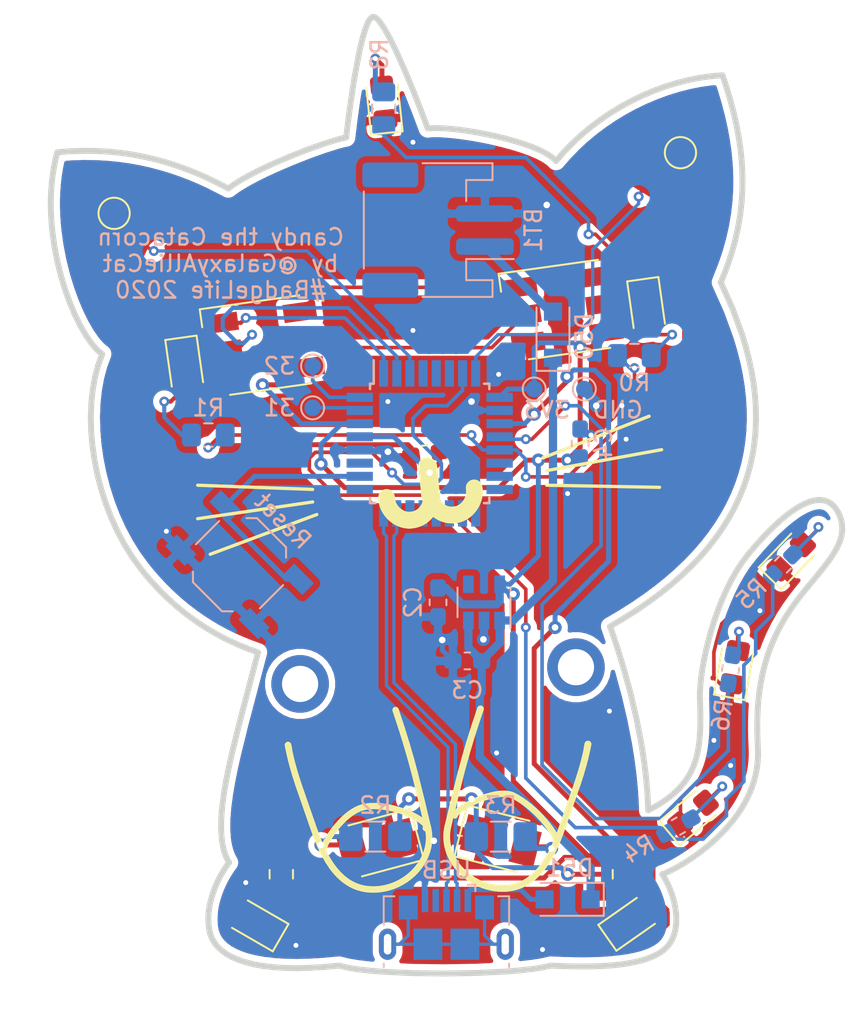
<source format=kicad_pcb>
(kicad_pcb (version 20171130) (host pcbnew 5.1.5-1.fc31)
  (title_block (title "Candy the Catacorn") (date 2020-01-30) (rev 2.0) (company MermaidAllie))
  (layers (0 F.Cu signal) (31 B.Cu signal) (34 B.Paste user) (35 F.Paste user) (36 B.SilkS user) (37 F.SilkS user) (38 B.Mask user) (39 F.Mask user) (44 Edge.Cuts user))
  (net 0 "")
  (net 1 GND)
  (net 2 +3V3)
  (net 3 "Net-(D1-Pad2)")
  (net 4 "Net-(D2-Pad2)")
  (net 5 "Net-(D5-Pad2)")
  (net 6 "Net-(D6-Pad2)")
  (net 7 VBUS)
  (net 8 /USB_D+)
  (net 9 /USB_D-)
  (net 10 "Net-(SW1-Pad1)")
  (net 11 "Net-(U1-Pad27)")
  (net 12 "Net-(U1-Pad25)")
  (net 13 "Net-(U1-Pad22)")
  (net 14 "Net-(U1-Pad21)")
  (net 15 "Net-(U1-Pad20)")
  (net 16 "Net-(U1-Pad19)")
  (net 17 "Net-(U1-Pad18)")
  (net 18 "Net-(U1-Pad17)")
  (net 19 "Net-(U1-Pad16)")
  (net 20 "Net-(U1-Pad15)")
  (net 21 "Net-(U1-Pad14)")
  (net 22 "Net-(U1-Pad6)")
  (net 23 "Net-(U1-Pad5)")
  (net 24 "Net-(U1-Pad4)")
  (net 25 "Net-(U2-Pad4)")
  (net 26 "Net-(D3-Pad2)")
  (net 27 "Net-(Dot1-Pad6)")
  (net 28 "Net-(Dot1-Pad5)")
  (net 29 "Net-(R6-Pad1)")
  (net 30 "Net-(Touch1-Pad1)")
  (net 31 "Net-(Touch2-Pad1)")
  (net 32 +BATT)
  (net 33 "Net-(C1-Pad2)")
  (net 34 "Net-(C3-Pad1)")
  (net 35 "Net-(D0-Pad2)")
  (net 36 "Net-(D4-Pad2)")
  (net 37 "Net-(D7-Pad2)")
  (net 38 "Net-(D8-Pad2)")
  (net 39 "Net-(D9-Pad2)")
  (net 40 "Net-(Dot1-Pad2)")
  (net 41 "Net-(Dot1-Pad1)")
  (net 42 "Net-(Dot2-Pad2)")
  (net 43 "Net-(Dot2-Pad1)")
  (net 44 "Net-(R0-Pad1)")
  (net 45 "Net-(R2-Pad2)")
  (net 46 "Net-(R4-Pad1)")
  (net 47 "Net-(J5-Pad6)")
  (net 48 "Net-(J5-Pad4)")
  (net 49 "Net-(J31-Pad1)")
  (net 50 "Net-(J32-Pad1)")
  (module Connector_JST:JST_PH_S2B-PH-SM4-TB_1x02-1MP_P2.00mm_Horizontal (layer B.Cu) (at 228.6 107.95 90)
    (fp_text reference BT1 (at 0 5.8 90) (layer B.SilkS) (effects (justify mirror)))
    (fp_text value Battery)
    (pad MP smd roundrect (at 3.35 -2.9 90) (size 1.5 3.4) (layers B.Cu B.Paste B.Mask) (roundrect_rratio 0.166667))
    (pad MP smd roundrect (at -3.35 -2.9 90) (size 1.5 3.4) (layers B.Cu B.Paste B.Mask) (roundrect_rratio 0.166667))
    (pad 2 smd roundrect (at 1 2.85 90) (size 1 3.5) (layers B.Cu B.Paste B.Mask) (net 1 GND))
    (pad 1 smd roundrect (at -1 2.85 90) (size 1 3.5) (layers B.Cu B.Paste B.Mask) (net 32 +BATT))
  )
  (module Resistor_SMD:R_0603_1608Metric_Pad1.05x0.95mm_HandSolder (layer B.Cu) (at 243.205 144.145 30)
    (fp_text reference R4 (at -2.788219 0.003337 30) (layer B.SilkS) (effects (justify mirror)))
    (fp_text value 100R)
    (pad 2 smd roundrect (at 0.875 0 30) (size 1.05 0.95) (layers B.Cu B.Paste B.Mask) (net 36 "Net-(D4-Pad2)"))
    (pad 1 smd roundrect (at -0.875 0 30) (size 1.05 0.95) (layers B.Cu B.Paste B.Mask) (net 46 "Net-(R4-Pad1)"))
  )
  (module Connector_USB:USB_Micro-B_GCT_USB3076-30-A (layer B.Cu) (at 229.108 150.114 180)
    (fp_text reference USB (at 0 3.3) (layer B.SilkS) (effects (justify mirror)))
    (fp_text value USB_B_Micro)
    (pad 6 smd rect (at -2.32 1.03 180) (size 1.15 1.45) (layers B.Cu B.Paste B.Mask) (net 47 "Net-(J5-Pad6)"))
    (pad 6 smd rect (at 2.32 1.03 180) (size 1.15 1.45) (layers B.Cu B.Paste B.Mask) (net 47 "Net-(J5-Pad6)"))
    (pad 6 thru_hole oval (at 3.575 -1.2 180) (size 1.05 1.9) (drill oval 0.45 1.25) (layers *.Cu *.Mask) (net 47 "Net-(J5-Pad6)"))
    (pad 6 thru_hole oval (at -3.575 -1.2) (size 1.05 1.9) (drill oval 0.45 1.25) (layers *.Cu *.Mask) (net 47 "Net-(J5-Pad6)"))
    (pad 6 smd rect (at -1.125 -1.2 180) (size 1.75 1.9) (layers B.Cu B.Paste B.Mask) (net 47 "Net-(J5-Pad6)"))
    (pad 3 smd rect (at 0 1.45 180) (size 0.4 1.4) (layers B.Cu B.Paste B.Mask) (net 8 /USB_D+))
    (pad 4 smd rect (at 0.65 1.45 180) (size 0.4 1.4) (layers B.Cu B.Paste B.Mask) (net 48 "Net-(J5-Pad4)"))
    (pad 5 smd rect (at 1.3 1.45 180) (size 0.4 1.4) (layers B.Cu B.Paste B.Mask) (net 1 GND))
    (pad 1 smd rect (at -1.3 1.45 180) (size 0.4 1.4) (layers B.Cu B.Paste B.Mask) (net 7 VBUS))
    (pad 2 smd rect (at -0.65 1.45 180) (size 0.4 1.4) (layers B.Cu B.Paste B.Mask) (net 9 /USB_D-))
    (pad 6 smd rect (at 1.125 -1.2 180) (size 1.75 1.9) (layers B.Cu B.Paste B.Mask) (net 47 "Net-(J5-Pad6)"))
  )
  (module Resistor_SMD:R_0603_1608Metric_Pad1.05x0.95mm_HandSolder (layer B.Cu) (at 246.38 134.62 81)
    (fp_text reference R6 (at -2.83907 -0.064668 81) (layer B.SilkS) (effects (justify mirror)))
    (fp_text value 100R)
    (pad 2 smd roundrect (at 0.875 0 81) (size 1.05 0.95) (layers B.Cu B.Paste B.Mask) (net 6 "Net-(D6-Pad2)"))
    (pad 1 smd roundrect (at -0.875 0 81) (size 1.05 0.95) (layers B.Cu B.Paste B.Mask) (net 29 "Net-(R6-Pad1)"))
  )
  (module Resistor_SMD:R_0603_1608Metric_Pad1.05x0.95mm_HandSolder (layer B.Cu) (at 249.555 128.27 45)
    (fp_text reference R5 (at -2.604274 -0.089803 45) (layer B.SilkS) (effects (justify mirror)))
    (fp_text value 100R)
    (pad 2 smd roundrect (at 0.875 0 45) (size 1.05 0.95) (layers B.Cu B.Paste B.Mask) (net 5 "Net-(D5-Pad2)"))
    (pad 1 smd roundrect (at -0.875 0 45) (size 1.05 0.95) (layers B.Cu B.Paste B.Mask) (net 46 "Net-(R4-Pad1)"))
  )
  (module Resistor_SMD:R_1206_3216Metric_Pad1.42x1.75mm_HandSolder (layer B.Cu) (at 232.41 144.78 180)
    (fp_text reference R3 (at 0 1.905) (layer B.SilkS) (effects (justify mirror)))
    (fp_text value 30R)
    (pad 2 smd roundrect (at 1.4875 0 180) (size 1.425 1.75) (layers B.Cu B.Paste B.Mask) (roundrect_rratio 0.175439) (net 45 "Net-(R2-Pad2)"))
    (pad 1 smd roundrect (at -1.4875 0 180) (size 1.425 1.75) (layers B.Cu B.Paste B.Mask) (roundrect_rratio 0.175439) (net 26 "Net-(D3-Pad2)"))
  )
  (module Resistor_SMD:R_1206_3216Metric_Pad1.42x1.75mm_HandSolder (layer B.Cu) (at 224.79 144.78)
    (fp_text reference R2 (at 0 -1.905) (layer B.SilkS) (effects (justify mirror)))
    (fp_text value 30R)
    (pad 2 smd roundrect (at 1.4875 0) (size 1.425 1.75) (layers B.Cu B.Paste B.Mask) (roundrect_rratio 0.175439) (net 45 "Net-(R2-Pad2)"))
    (pad 1 smd roundrect (at -1.4875 0) (size 1.425 1.75) (layers B.Cu B.Paste B.Mask) (roundrect_rratio 0.175439) (net 4 "Net-(D2-Pad2)"))
  )
  (module Diode_SMD:D_SOD-123F (layer B.Cu) (at 236.474 148.59 180)
    (fp_text reference D51 (at -0.127 1.905) (layer B.SilkS) (effects (justify mirror)))
    (fp_text value D_Schottky)
    (pad 2 smd rect (at 1.4 0 180) (size 1.1 1.1) (layers B.Cu B.Paste B.Mask) (net 7 VBUS))
    (pad 1 smd rect (at -1.4 0 180) (size 1.1 1.1) (layers B.Cu B.Paste B.Mask) (net 34 "Net-(C3-Pad1)"))
  )
  (module Diode_SMD:D_SOD-123F (layer B.Cu) (at 235.585 114.3 90)
    (fp_text reference D50 (at -0.127 1.905 90) (layer B.SilkS) (effects (justify mirror)))
    (fp_text value D_Schottky)
    (pad 2 smd rect (at 1.4 0 90) (size 1.1 1.1) (layers B.Cu B.Paste B.Mask) (net 32 +BATT))
    (pad 1 smd rect (at -1.4 0 90) (size 1.1 1.1) (layers B.Cu B.Paste B.Mask) (net 34 "Net-(C3-Pad1)"))
  )
  (module MountingHole:MountingHole_2.2mm_M2_ISO7380_Pad (layer F.Cu) (at 236.982 134.493)
    (fp_text reference H2 hide)
    (fp_text value MountingHole)
    (pad 1 thru_hole circle (at 0 0) (size 3.5 3.5) (drill 2.2) (layers *.Cu *.Mask))
  )
  (module MountingHole:MountingHole_2.2mm_M2_ISO7380_Pad (layer F.Cu) (at 220.218 135.509)
    (fp_text reference H1 hide)
    (fp_text value MountingHole)
    (pad 1 thru_hole circle (at 0 0) (size 3.5 3.5) (drill 2.2) (layers *.Cu *.Mask))
  )
  (module LED_SMD:LED_0805_2012Metric_Pad1.15x1.40mm_HandSolder (layer F.Cu) (at 250.063 127.762 46)
    (fp_text reference D5 hide)
    (fp_text value LED)
    (pad 2 smd roundrect (at 1.025 0 46) (size 1.15 1.4) (layers F.Cu F.Paste F.Mask) (roundrect_rratio 0.217391) (net 5 "Net-(D5-Pad2)"))
    (pad 1 smd roundrect (at -1.025 0 46) (size 1.15 1.4) (layers F.Cu F.Paste F.Mask) (roundrect_rratio 0.217391) (net 1 GND))
  )
  (module LED_SMD:LED_0805_2012Metric_Pad1.15x1.40mm_HandSolder (layer F.Cu) (at 246.634 134.493 80)
    (fp_text reference D6 hide)
    (fp_text value LED)
    (pad 2 smd roundrect (at 1.025 0 80) (size 1.15 1.4) (layers F.Cu F.Paste F.Mask) (roundrect_rratio 0.217391) (net 6 "Net-(D6-Pad2)"))
    (pad 1 smd roundrect (at -1.025 0 80) (size 1.15 1.4) (layers F.Cu F.Paste F.Mask) (roundrect_rratio 0.217391) (net 1 GND))
  )
  (module LED_SMD:LED_0805_2012Metric_Pad1.15x1.40mm_HandSolder (layer F.Cu) (at 244.094 143.383 40)
    (fp_text reference D4 hide)
    (fp_text value LED)
    (pad 2 smd roundrect (at 1.025 0 40) (size 1.15 1.4) (layers F.Cu F.Paste F.Mask) (roundrect_rratio 0.217391) (net 36 "Net-(D4-Pad2)"))
    (pad 1 smd roundrect (at -1.025 0 40) (size 1.15 1.4) (layers F.Cu F.Paste F.Mask) (roundrect_rratio 0.217391) (net 1 GND))
  )
  (module Resistor_SMD:R_0805_2012Metric_Pad1.15x1.40mm_HandSolder (layer F.Cu) (at 238.506 147.066 270)
    (fp_text reference R9 hide)
    (fp_text value 330R)
    (pad 2 smd roundrect (at 1.025 0 270) (size 1.15 1.4) (layers F.Cu F.Paste F.Mask) (roundrect_rratio 0.217391) (net 39 "Net-(D9-Pad2)"))
    (pad 1 smd roundrect (at -1.025 0 270) (size 1.15 1.4) (layers F.Cu F.Paste F.Mask) (roundrect_rratio 0.217391) (net 2 +3V3))
  )
  (module Resistor_SMD:R_0805_2012Metric_Pad1.15x1.40mm_HandSolder (layer B.Cu) (at 225.298 100.584 90)
    (fp_text reference R8 (at 3.302 -0.254 90) (layer B.SilkS) (effects (justify mirror)))
    (fp_text value 330R)
    (pad 2 smd roundrect (at 1.025 0 90) (size 1.15 1.4) (layers B.Cu B.Paste B.Mask) (roundrect_rratio 0.217391) (net 38 "Net-(D8-Pad2)"))
    (pad 1 smd roundrect (at -1.025 0 90) (size 1.15 1.4) (layers B.Cu B.Paste B.Mask) (roundrect_rratio 0.217391) (net 2 +3V3))
  )
  (module Resistor_SMD:R_0805_2012Metric_Pad1.15x1.40mm_HandSolder (layer F.Cu) (at 219.075 147.066 270)
    (fp_text reference R7 hide)
    (fp_text value 330R)
    (pad 2 smd roundrect (at 1.025 0 270) (size 1.15 1.4) (layers F.Cu F.Paste F.Mask) (roundrect_rratio 0.217391) (net 37 "Net-(D7-Pad2)"))
    (pad 1 smd roundrect (at -1.025 0 270) (size 1.15 1.4) (layers F.Cu F.Paste F.Mask) (roundrect_rratio 0.217391) (net 2 +3V3))
  )
  (module LED_SMD:LED_0805_2012Metric_Pad1.15x1.40mm_HandSolder (layer F.Cu) (at 217.424 149.987 150)
    (fp_text reference D7 hide)
    (fp_text value LED)
    (pad 2 smd roundrect (at 1.025 0 150) (size 1.15 1.4) (layers F.Cu F.Paste F.Mask) (roundrect_rratio 0.217391) (net 37 "Net-(D7-Pad2)"))
    (pad 1 smd roundrect (at -1.025 0 150) (size 1.15 1.4) (layers F.Cu F.Paste F.Mask) (roundrect_rratio 0.217391) (net 1 GND))
  )
  (module LED_SMD:LED_0805_2012Metric_Pad1.15x1.40mm_HandSolder (layer F.Cu) (at 240.411 149.86 35)
    (fp_text reference D9 hide)
    (fp_text value LED)
    (pad 2 smd roundrect (at 1.025 0 35) (size 1.15 1.4) (layers F.Cu F.Paste F.Mask) (roundrect_rratio 0.217391) (net 39 "Net-(D9-Pad2)"))
    (pad 1 smd roundrect (at -1.025 0 35) (size 1.15 1.4) (layers F.Cu F.Paste F.Mask) (roundrect_rratio 0.217391) (net 1 GND))
  )
  (module LED_SMD:LED_0805_2012Metric_Pad1.15x1.40mm_HandSolder (layer F.Cu) (at 225.298 100.203 96)
    (fp_text reference D8 hide)
    (fp_text value LED)
    (pad 2 smd roundrect (at 1.025 0 96) (size 1.15 1.4) (layers F.Cu F.Paste F.Mask) (roundrect_rratio 0.217391) (net 38 "Net-(D8-Pad2)"))
    (pad 1 smd roundrect (at -1.025 0 96) (size 1.15 1.4) (layers F.Cu F.Paste F.Mask) (roundrect_rratio 0.217391) (net 1 GND))
  )
  (module Package_TO_SOT_SMD:SOT-23-5 (layer B.Cu) (at 231.394 130.556 90)
    (fp_text reference U2 hide)
    (fp_text value AP2112K-3.3)
    (pad 5 smd rect (at 1.1 0.95 90) (size 1.06 0.65) (layers B.Cu B.Paste B.Mask) (net 2 +3V3))
    (pad 4 smd rect (at 1.1 -0.95 90) (size 1.06 0.65) (layers B.Cu B.Paste B.Mask) (net 25 "Net-(U2-Pad4)"))
    (pad 3 smd rect (at -1.1 -0.95 90) (size 1.06 0.65) (layers B.Cu B.Paste B.Mask) (net 34 "Net-(C3-Pad1)"))
    (pad 2 smd rect (at -1.1 0 90) (size 1.06 0.65) (layers B.Cu B.Paste B.Mask) (net 1 GND))
    (pad 1 smd rect (at -1.1 0.95 90) (size 1.06 0.65) (layers B.Cu B.Paste B.Mask) (net 34 "Net-(C3-Pad1)"))
  )
  (module Package_QFP:TQFP-32_7x7mm_P0.8mm (layer B.Cu) (at 228.092 120.904 270)
    (fp_text reference U1 hide)
    (fp_text value ATSAMD21E18A-AU)
    (pad 32 smd rect (at -2.8 4.25 180) (size 1.6 0.55) (layers B.Cu B.Paste B.Mask) (net 50 "Net-(J32-Pad1)"))
    (pad 31 smd rect (at -2 4.25 180) (size 1.6 0.55) (layers B.Cu B.Paste B.Mask) (net 49 "Net-(J31-Pad1)"))
    (pad 30 smd rect (at -1.2 4.25 180) (size 1.6 0.55) (layers B.Cu B.Paste B.Mask) (net 2 +3V3))
    (pad 29 smd rect (at -0.4 4.25 180) (size 1.6 0.55) (layers B.Cu B.Paste B.Mask) (net 33 "Net-(C1-Pad2)"))
    (pad 28 smd rect (at 0.4 4.25 180) (size 1.6 0.55) (layers B.Cu B.Paste B.Mask) (net 1 GND))
    (pad 27 smd rect (at 1.2 4.25 180) (size 1.6 0.55) (layers B.Cu B.Paste B.Mask) (net 11 "Net-(U1-Pad27)"))
    (pad 26 smd rect (at 2 4.25 180) (size 1.6 0.55) (layers B.Cu B.Paste B.Mask) (net 10 "Net-(SW1-Pad1)"))
    (pad 25 smd rect (at 2.8 4.25 180) (size 1.6 0.55) (layers B.Cu B.Paste B.Mask) (net 12 "Net-(U1-Pad25)"))
    (pad 24 smd rect (at 4.25 2.8 270) (size 1.6 0.55) (layers B.Cu B.Paste B.Mask) (net 8 /USB_D+))
    (pad 23 smd rect (at 4.25 2 270) (size 1.6 0.55) (layers B.Cu B.Paste B.Mask) (net 9 /USB_D-))
    (pad 22 smd rect (at 4.25 1.2 270) (size 1.6 0.55) (layers B.Cu B.Paste B.Mask) (net 13 "Net-(U1-Pad22)"))
    (pad 21 smd rect (at 4.25 0.4 270) (size 1.6 0.55) (layers B.Cu B.Paste B.Mask) (net 14 "Net-(U1-Pad21)"))
    (pad 20 smd rect (at 4.25 -0.4 270) (size 1.6 0.55) (layers B.Cu B.Paste B.Mask) (net 15 "Net-(U1-Pad20)"))
    (pad 19 smd rect (at 4.25 -1.2 270) (size 1.6 0.55) (layers B.Cu B.Paste B.Mask) (net 16 "Net-(U1-Pad19)"))
    (pad 18 smd rect (at 4.25 -2 270) (size 1.6 0.55) (layers B.Cu B.Paste B.Mask) (net 17 "Net-(U1-Pad18)"))
    (pad 17 smd rect (at 4.25 -2.8 270) (size 1.6 0.55) (layers B.Cu B.Paste B.Mask) (net 18 "Net-(U1-Pad17)"))
    (pad 16 smd rect (at 2.8 -4.25 180) (size 1.6 0.55) (layers B.Cu B.Paste B.Mask) (net 19 "Net-(U1-Pad16)"))
    (pad 15 smd rect (at 2 -4.25 180) (size 1.6 0.55) (layers B.Cu B.Paste B.Mask) (net 20 "Net-(U1-Pad15)"))
    (pad 14 smd rect (at 1.2 -4.25 180) (size 1.6 0.55) (layers B.Cu B.Paste B.Mask) (net 21 "Net-(U1-Pad14)"))
    (pad 13 smd rect (at 0.4 -4.25 180) (size 1.6 0.55) (layers B.Cu B.Paste B.Mask) (net 44 "Net-(R0-Pad1)"))
    (pad 12 smd rect (at -0.4 -4.25 180) (size 1.6 0.55) (layers B.Cu B.Paste B.Mask) (net 29 "Net-(R6-Pad1)"))
    (pad 11 smd rect (at -1.2 -4.25 180) (size 1.6 0.55) (layers B.Cu B.Paste B.Mask) (net 45 "Net-(R2-Pad2)"))
    (pad 10 smd rect (at -2 -4.25 180) (size 1.6 0.55) (layers B.Cu B.Paste B.Mask) (net 1 GND))
    (pad 9 smd rect (at -2.8 -4.25 180) (size 1.6 0.55) (layers B.Cu B.Paste B.Mask) (net 2 +3V3))
    (pad 8 smd rect (at -4.25 -2.8 270) (size 1.6 0.55) (layers B.Cu B.Paste B.Mask) (net 30 "Net-(Touch1-Pad1)"))
    (pad 7 smd rect (at -4.25 -2 270) (size 1.6 0.55) (layers B.Cu B.Paste B.Mask) (net 46 "Net-(R4-Pad1)"))
    (pad 6 smd rect (at -4.25 -1.2 270) (size 1.6 0.55) (layers B.Cu B.Paste B.Mask) (net 22 "Net-(U1-Pad6)"))
    (pad 5 smd rect (at -4.25 -0.4 270) (size 1.6 0.55) (layers B.Cu B.Paste B.Mask) (net 23 "Net-(U1-Pad5)"))
    (pad 4 smd rect (at -4.25 0.4 270) (size 1.6 0.55) (layers B.Cu B.Paste B.Mask) (net 24 "Net-(U1-Pad4)"))
    (pad 3 smd rect (at -4.25 1.2 270) (size 1.6 0.55) (layers B.Cu B.Paste B.Mask) (net 31 "Net-(Touch2-Pad1)"))
    (pad 2 smd rect (at -4.25 2 270) (size 1.6 0.55) (layers B.Cu B.Paste B.Mask) (net 42 "Net-(Dot2-Pad2)"))
    (pad 1 smd rect (at -4.25 2.8 270) (size 1.6 0.55) (layers B.Cu B.Paste B.Mask) (net 43 "Net-(Dot2-Pad1)"))
  )
  (module Button_Switch_SMD:SW_SPST_TL3342 (layer B.Cu) (at 216.535 128.27 135)
    (fp_text reference Reset (at 0 3.75 135) (layer B.SilkS) (effects (justify mirror)))
    (fp_text value SW_Push)
    (pad 2 smd rect (at 3.15 -1.9 135) (size 1.7 1) (layers B.Cu B.Paste B.Mask) (net 1 GND))
    (pad 2 smd rect (at -3.15 -1.9 135) (size 1.7 1) (layers B.Cu B.Paste B.Mask) (net 1 GND))
    (pad 1 smd rect (at 3.15 1.9 135) (size 1.7 1) (layers B.Cu B.Paste B.Mask) (net 10 "Net-(SW1-Pad1)"))
    (pad 1 smd rect (at -3.15 1.9 135) (size 1.7 1) (layers B.Cu B.Paste B.Mask) (net 10 "Net-(SW1-Pad1)"))
  )
  (module Resistor_SMD:R_0805_2012Metric_Pad1.15x1.40mm_HandSolder (layer B.Cu) (at 214.639 120.396 180)
    (fp_text reference R1 (at 0 1.65) (layer B.SilkS) (effects (justify mirror)))
    (fp_text value 180R)
    (pad 2 smd roundrect (at 1.025 0 180) (size 1.15 1.4) (layers B.Cu B.Paste B.Mask) (roundrect_rratio 0.217391) (net 3 "Net-(D1-Pad2)"))
    (pad 1 smd roundrect (at -1.025 0 180) (size 1.15 1.4) (layers B.Cu B.Paste B.Mask) (roundrect_rratio 0.217391) (net 44 "Net-(R0-Pad1)"))
  )
  (module Resistor_SMD:R_0805_2012Metric_Pad1.15x1.40mm_HandSolder (layer B.Cu) (at 240.529 115.57)
    (fp_text reference R0 (at 0 1.65) (layer B.SilkS) (effects (justify mirror)))
    (fp_text value 180R)
    (pad 2 smd roundrect (at 1.025 0) (size 1.15 1.4) (layers B.Cu B.Paste B.Mask) (roundrect_rratio 0.217391) (net 35 "Net-(D0-Pad2)"))
    (pad 1 smd roundrect (at -1.025 0) (size 1.15 1.4) (layers B.Cu B.Paste B.Mask) (roundrect_rratio 0.217391) (net 44 "Net-(R0-Pad1)"))
  )
  (module LED_SMD:LED_PLCC_2835_Handsoldering (layer F.Cu) (at 232.41 145.034 346)
    (fp_text reference D3 hide)
    (fp_text value LED)
    (pad 2 smd rect (at 1.525 0 346) (size 1.55 2.2) (layers F.Cu F.Paste F.Mask) (net 26 "Net-(D3-Pad2)"))
    (pad 1 smd rect (at -1.05 0 346) (size 2.5 2.2) (layers F.Cu F.Paste F.Mask) (net 1 GND))
  )
  (module LED_SMD:LED_PLCC_2835_Handsoldering (layer F.Cu) (at 224.917 145.288 195)
    (fp_text reference D2 hide)
    (fp_text value LED)
    (pad 2 smd rect (at 1.525 0 195) (size 1.55 2.2) (layers F.Cu F.Paste F.Mask) (net 4 "Net-(D2-Pad2)"))
    (pad 1 smd rect (at -1.05 0 195) (size 2.5 2.2) (layers F.Cu F.Paste F.Mask) (net 1 GND))
  )
  (module TestPoint:TestPoint_Pad_D1.0mm (layer B.Cu) (at 237.49 117.602)
    (fp_text reference GND (at 2.032 1.27) (layer B.SilkS) (effects (justify mirror)))
    (fp_text value Conn_01x01)
    (pad 1 smd circle (at 0 0) (size 1 1) (layers B.Cu B.Mask) (net 1 GND))
  )
  (module TestPoint:TestPoint_Pad_D1.0mm (layer B.Cu) (at 234.442 117.602)
    (fp_text reference 3V3 (at 0.762 1.27) (layer B.SilkS) (effects (justify mirror)))
    (fp_text value Conn_01x01)
    (pad 1 smd circle (at 0 0) (size 1 1) (layers B.Cu B.Mask) (net 2 +3V3))
  )
  (module TestPoint:TestPoint_Pad_D1.0mm (layer B.Cu) (at 220.98 116.205)
    (fp_text reference 32 (at -2.032 0) (layer B.SilkS) (effects (justify mirror)))
    (fp_text value Conn_01x01)
    (pad 1 smd circle (at 0 0) (size 1 1) (layers B.Cu B.Mask) (net 50 "Net-(J32-Pad1)"))
  )
  (module TestPoint:TestPoint_Pad_D1.0mm (layer B.Cu) (at 220.98 118.745 180)
    (fp_text reference 31 (at 2.032 0) (layer B.SilkS) (effects (justify mirror)))
    (fp_text value Conn_01x01)
    (pad 1 smd circle (at 0 0 180) (size 1 1) (layers B.Cu B.Mask) (net 49 "Net-(J31-Pad1)"))
  )
  (module LED_SMD:LED_RGB_5050-6 (layer F.Cu) (at 236.22 112.776 8)
    (fp_text reference Dot1 hide)
    (fp_text value APA102)
    (pad 6 smd rect (at 2.4 -1.7 98) (size 1.1 2) (layers F.Cu F.Paste F.Mask) (net 27 "Net-(Dot1-Pad6)"))
    (pad 5 smd rect (at 2.4 0 98) (size 1.1 2) (layers F.Cu F.Paste F.Mask) (net 28 "Net-(Dot1-Pad5)"))
    (pad 4 smd rect (at 2.4 1.7 98) (size 1.1 2) (layers F.Cu F.Paste F.Mask) (net 2 +3V3))
    (pad 3 smd rect (at -2.4 1.7 98) (size 1.1 2) (layers F.Cu F.Paste F.Mask) (net 1 GND))
    (pad 2 smd rect (at -2.4 0 98) (size 1.1 2) (layers F.Cu F.Paste F.Mask) (net 40 "Net-(Dot1-Pad2)"))
    (pad 1 smd rect (at -2.4 -1.7 98) (size 1.1 2) (layers F.Cu F.Paste F.Mask) (net 41 "Net-(Dot1-Pad1)"))
  )
  (module LED_SMD:LED_RGB_5050-6 (layer F.Cu) (at 218.059 114.935 8)
    (fp_text reference Dot2 hide)
    (fp_text value APA102)
    (pad 6 smd rect (at 2.4 -1.7 98) (size 1.1 2) (layers F.Cu F.Paste F.Mask) (net 41 "Net-(Dot1-Pad1)"))
    (pad 5 smd rect (at 2.4 0 98) (size 1.1 2) (layers F.Cu F.Paste F.Mask) (net 40 "Net-(Dot1-Pad2)"))
    (pad 4 smd rect (at 2.4 1.7 98) (size 1.1 2) (layers F.Cu F.Paste F.Mask) (net 2 +3V3))
    (pad 3 smd rect (at -2.4 1.7 98) (size 1.1 2) (layers F.Cu F.Paste F.Mask) (net 1 GND))
    (pad 2 smd rect (at -2.4 0 98) (size 1.1 2) (layers F.Cu F.Paste F.Mask) (net 42 "Net-(Dot2-Pad2)"))
    (pad 1 smd rect (at -2.4 -1.7 98) (size 1.1 2) (layers F.Cu F.Paste F.Mask) (net 43 "Net-(Dot2-Pad1)"))
  )
  (module LED_SMD:LED_0805_2012Metric_Pad1.15x1.40mm_HandSolder (layer F.Cu) (at 241.3 112.776 278)
    (fp_text reference D0 hide)
    (fp_text value LED)
    (pad 2 smd roundrect (at 1.025 0 278) (size 1.15 1.4) (layers F.Cu F.Paste F.Mask) (roundrect_rratio 0.217391) (net 35 "Net-(D0-Pad2)"))
    (pad 1 smd roundrect (at -1.025 0 278) (size 1.15 1.4) (layers F.Cu F.Paste F.Mask) (roundrect_rratio 0.217391) (net 1 GND))
  )
  (module LED_SMD:LED_0805_2012Metric_Pad1.15x1.40mm_HandSolder (layer F.Cu) (at 213.233 116.332 278)
    (fp_text reference D1 hide)
    (fp_text value LED)
    (pad 2 smd roundrect (at 1.025 0 278) (size 1.15 1.4) (layers F.Cu F.Paste F.Mask) (roundrect_rratio 0.217391) (net 3 "Net-(D1-Pad2)"))
    (pad 1 smd roundrect (at -1.025 0 278) (size 1.15 1.4) (layers F.Cu F.Paste F.Mask) (roundrect_rratio 0.217391) (net 1 GND))
  )
  (module Capacitor_SMD:C_0603_1608Metric_Pad1.05x0.95mm_HandSolder (layer B.Cu) (at 237.236 120.904 90)
    (fp_text reference C4 (at 0 1.43 90) (layer B.SilkS) (effects (justify mirror)))
    (fp_text value "1 uF C")
    (pad 2 smd roundrect (at 0.875 0 90) (size 1.05 0.95) (layers B.Cu B.Paste B.Mask) (net 1 GND))
    (pad 1 smd roundrect (at -0.875 0 90) (size 1.05 0.95) (layers B.Cu B.Paste B.Mask) (net 2 +3V3))
  )
  (module Capacitor_SMD:C_0603_1608Metric_Pad1.05x0.95mm_HandSolder (layer B.Cu) (at 230.378 134.112 180)
    (fp_text reference C3 (at 0 -1.778 180) (layer B.SilkS) (effects (justify mirror)))
    (fp_text value "10 uF C")
    (pad 2 smd roundrect (at 0.875 0 180) (size 1.05 0.95) (layers B.Cu B.Paste B.Mask) (net 1 GND))
    (pad 1 smd roundrect (at -0.875 0 180) (size 1.05 0.95) (layers B.Cu B.Paste B.Mask) (net 34 "Net-(C3-Pad1)"))
  )
  (module Capacitor_SMD:C_0603_1608Metric_Pad1.05x0.95mm_HandSolder (layer B.Cu) (at 228.6 130.556 90)
    (fp_text reference C2 (at 0 -1.524 90) (layer B.SilkS) (effects (justify mirror)))
    (fp_text value "10 uF C")
    (pad 2 smd roundrect (at 0.875 0 90) (size 1.05 0.95) (layers B.Cu B.Paste B.Mask) (net 2 +3V3))
    (pad 1 smd roundrect (at -0.875 0 90) (size 1.05 0.95) (layers B.Cu B.Paste B.Mask) (net 1 GND))
  )
  (module Capacitor_SMD:C_0603_1608Metric_Pad1.05x0.95mm_HandSolder (layer F.Cu) (at 227.838 121.539 8)
    (fp_text reference C1 hide)
    (fp_text value "1 uF C")
    (pad 2 smd roundrect (at 0.875 0 8) (size 1.05 0.95) (layers F.Cu F.Paste F.Mask) (net 33 "Net-(C1-Pad2)"))
    (pad 1 smd roundrect (at -0.875 0 8) (size 1.05 0.95) (layers F.Cu F.Paste F.Mask) (net 1 GND))
  )
  (module TestPoint:TestPoint_Pad_D1.5mm (layer F.Cu) (at 243.332 103.251)
    (fp_text reference Touch1 hide)
    (fp_text value MountingHole_Pad)
    (pad 1 smd circle (at 0 0) (size 1.5 1.5) (layers F.Cu F.Mask) (net 30 "Net-(Touch1-Pad1)"))
  )
  (module TestPoint:TestPoint_Pad_D1.5mm (layer F.Cu) (at 208.915 106.934)
    (fp_text reference Touch2 hide)
    (fp_text value MountingHole_Pad)
    (pad 1 smd circle (at 0 0) (size 1.5 1.5) (layers F.Cu F.Mask) (net 31 "Net-(Touch2-Pad1)"))
  )
  (gr_line (start 223.015301 102.330012) (end 223.015301 102.330012) (layer Edge.Cuts) (width 0.36023))
  (gr_line (start 223.015301 102.330012) (end 223.015301 102.330012) (layer Edge.Cuts) (width 0.36023))
  (gr_line (start 222.752627 102.384804) (end 223.015301 102.330012) (layer Edge.Cuts) (width 0.36023))
  (gr_line (start 222.423298 102.471588) (end 222.752627 102.384804) (layer Edge.Cuts) (width 0.36023))
  (gr_line (start 221.600668 102.729566) (end 222.423298 102.471588) (layer Edge.Cuts) (width 0.36023))
  (gr_line (start 220.619389 103.080823) (end 221.600668 102.729566) (layer Edge.Cuts) (width 0.36023))
  (gr_line (start 219.551442 103.50224) (end 220.619389 103.080823) (layer Edge.Cuts) (width 0.36023))
  (gr_line (start 218.468805 103.970693) (end 219.551442 103.50224) (layer Edge.Cuts) (width 0.36023))
  (gr_line (start 217.944472 104.215333) (end 218.468805 103.970693) (layer Edge.Cuts) (width 0.36023))
  (gr_line (start 217.443458 104.463062) (end 217.944472 104.215333) (layer Edge.Cuts) (width 0.36023))
  (gr_line (start 216.974762 104.71099) (end 217.443458 104.463062) (layer Edge.Cuts) (width 0.36023))
  (gr_line (start 216.547381 104.956226) (end 216.974762 104.71099) (layer Edge.Cuts) (width 0.36023))
  (gr_line (start 216.170312 105.19588) (end 216.547381 104.956226) (layer Edge.Cuts) (width 0.36023))
  (gr_line (start 215.852552 105.427062) (end 216.170312 105.19588) (layer Edge.Cuts) (width 0.36023))
  (gr_line (start 215.852552 105.427062) (end 215.852552 105.427062) (layer Edge.Cuts) (width 0.36023))
  (gr_line (start 215.345485 105.158455) (end 215.852552 105.427062) (layer Edge.Cuts) (width 0.36023))
  (gr_line (start 214.820019 104.898233) (end 215.345485 105.158455) (layer Edge.Cuts) (width 0.36023))
  (gr_line (start 214.276032 104.648345) (end 214.820019 104.898233) (layer Edge.Cuts) (width 0.36023))
  (gr_line (start 213.713401 104.410736) (end 214.276032 104.648345) (layer Edge.Cuts) (width 0.36023))
  (gr_line (start 213.132001 104.187354) (end 213.713401 104.410736) (layer Edge.Cuts) (width 0.36023))
  (gr_line (start 212.53171 103.980145) (end 213.132001 104.187354) (layer Edge.Cuts) (width 0.36023))
  (gr_line (start 211.912404 103.791056) (end 212.53171 103.980145) (layer Edge.Cuts) (width 0.36023))
  (gr_line (start 211.27396 103.622034) (end 211.912404 103.791056) (layer Edge.Cuts) (width 0.36023))
  (gr_line (start 210.616254 103.475025) (end 211.27396 103.622034) (layer Edge.Cuts) (width 0.36023))
  (gr_line (start 209.939165 103.351976) (end 210.616254 103.475025) (layer Edge.Cuts) (width 0.36023))
  (gr_line (start 209.242567 103.254834) (end 209.939165 103.351976) (layer Edge.Cuts) (width 0.36023))
  (gr_line (start 208.526338 103.185546) (end 209.242567 103.254834) (layer Edge.Cuts) (width 0.36023))
  (gr_line (start 207.790355 103.146058) (end 208.526338 103.185546) (layer Edge.Cuts) (width 0.36023))
  (gr_line (start 207.034494 103.138317) (end 207.790355 103.146058) (layer Edge.Cuts) (width 0.36023))
  (gr_line (start 206.258632 103.16427) (end 207.034494 103.138317) (layer Edge.Cuts) (width 0.36023))
  (gr_line (start 205.462645 103.225864) (end 206.258632 103.16427) (layer Edge.Cuts) (width 0.36023))
  (gr_line (start 205.462645 103.225864) (end 205.462645 103.225864) (layer Edge.Cuts) (width 0.36023))
  (gr_line (start 205.347044 103.687595) (end 205.462645 103.225864) (layer Edge.Cuts) (width 0.36023))
  (gr_line (start 205.252557 104.155941) (end 205.347044 103.687595) (layer Edge.Cuts) (width 0.36023))
  (gr_line (start 205.178369 104.629731) (end 205.252557 104.155941) (layer Edge.Cuts) (width 0.36023))
  (gr_line (start 205.123665 105.107795) (end 205.178369 104.629731) (layer Edge.Cuts) (width 0.36023))
  (gr_line (start 205.08763 105.588965) (end 205.123665 105.107795) (layer Edge.Cuts) (width 0.36023))
  (gr_line (start 205.069448 106.07207) (end 205.08763 105.588965) (layer Edge.Cuts) (width 0.36023))
  (gr_line (start 205.068303 106.555941) (end 205.069448 106.07207) (layer Edge.Cuts) (width 0.36023))
  (gr_line (start 205.083382 107.039409) (end 205.068303 106.555941) (layer Edge.Cuts) (width 0.36023))
  (gr_line (start 205.113868 107.521302) (end 205.083382 107.039409) (layer Edge.Cuts) (width 0.36023))
  (gr_line (start 205.158945 108.000453) (end 205.113868 107.521302) (layer Edge.Cuts) (width 0.36023))
  (gr_line (start 205.289615 108.945847) (end 205.158945 108.000453) (layer Edge.Cuts) (width 0.36023))
  (gr_line (start 205.46887 109.866233) (end 205.289615 108.945847) (layer Edge.Cuts) (width 0.36023))
  (gr_line (start 205.690186 110.752254) (end 205.46887 109.866233) (layer Edge.Cuts) (width 0.36023))
  (gr_line (start 205.947042 111.594554) (end 205.690186 110.752254) (layer Edge.Cuts) (width 0.36023))
  (gr_line (start 206.232915 112.383774) (end 205.947042 111.594554) (layer Edge.Cuts) (width 0.36023))
  (gr_line (start 206.541282 113.110559) (end 206.232915 112.383774) (layer Edge.Cuts) (width 0.36023))
  (gr_line (start 206.86562 113.76555) (end 206.541282 113.110559) (layer Edge.Cuts) (width 0.36023))
  (gr_line (start 207.199409 114.339392) (end 206.86562 113.76555) (layer Edge.Cuts) (width 0.36023))
  (gr_line (start 207.536124 114.822726) (end 207.199409 114.339392) (layer Edge.Cuts) (width 0.36023))
  (gr_line (start 207.703541 115.027529) (end 207.536124 114.822726) (layer Edge.Cuts) (width 0.36023))
  (gr_line (start 207.869244 115.206197) (end 207.703541 115.027529) (layer Edge.Cuts) (width 0.36023))
  (gr_line (start 208.032417 115.357559) (end 207.869244 115.206197) (layer Edge.Cuts) (width 0.36023))
  (gr_line (start 208.192246 115.480446) (end 208.032417 115.357559) (layer Edge.Cuts) (width 0.36023))
  (gr_line (start 208.192246 115.480446) (end 208.192246 115.480446) (layer Edge.Cuts) (width 0.36023))
  (gr_line (start 207.945159 116.158129) (end 208.192246 115.480446) (layer Edge.Cuts) (width 0.36023))
  (gr_line (start 207.752902 116.885151) (end 207.945159 116.158129) (layer Edge.Cuts) (width 0.36023))
  (gr_line (start 207.614967 117.654852) (end 207.752902 116.885151) (layer Edge.Cuts) (width 0.36023))
  (gr_line (start 207.530849 118.460573) (end 207.614967 117.654852) (layer Edge.Cuts) (width 0.36023))
  (gr_line (start 207.500042 119.295654) (end 207.530849 118.460573) (layer Edge.Cuts) (width 0.36023))
  (gr_line (start 207.522041 120.153436) (end 207.500042 119.295654) (layer Edge.Cuts) (width 0.36023))
  (gr_line (start 207.596339 121.027258) (end 207.522041 120.153436) (layer Edge.Cuts) (width 0.36023))
  (gr_line (start 207.72243 121.910462) (end 207.596339 121.027258) (layer Edge.Cuts) (width 0.36023))
  (gr_line (start 207.89981 122.796388) (end 207.72243 121.910462) (layer Edge.Cuts) (width 0.36023))
  (gr_line (start 208.127972 123.678376) (end 207.89981 122.796388) (layer Edge.Cuts) (width 0.36023))
  (gr_line (start 208.40641 124.549766) (end 208.127972 123.678376) (layer Edge.Cuts) (width 0.36023))
  (gr_line (start 208.734618 125.403899) (end 208.40641 124.549766) (layer Edge.Cuts) (width 0.36023))
  (gr_line (start 209.11209 126.234115) (end 208.734618 125.403899) (layer Edge.Cuts) (width 0.36023))
  (gr_line (start 209.538321 127.033755) (end 209.11209 126.234115) (layer Edge.Cuts) (width 0.36023))
  (gr_line (start 210.012806 127.796159) (end 209.538321 127.033755) (layer Edge.Cuts) (width 0.36023))
  (gr_line (start 210.535037 128.514667) (end 210.012806 127.796159) (layer Edge.Cuts) (width 0.36023))
  (gr_line (start 210.535037 128.514667) (end 210.535037 128.514667) (layer Edge.Cuts) (width 0.36023))
  (gr_line (start 210.870277 128.927637) (end 210.535037 128.514667) (layer Edge.Cuts) (width 0.36023))
  (gr_line (start 211.219035 129.330448) (end 210.870277 128.927637) (layer Edge.Cuts) (width 0.36023))
  (gr_line (start 211.581557 129.722546) (end 211.219035 129.330448) (layer Edge.Cuts) (width 0.36023))
  (gr_line (start 211.958094 130.103375) (end 211.581557 129.722546) (layer Edge.Cuts) (width 0.36023))
  (gr_line (start 212.348894 130.47238) (end 211.958094 130.103375) (layer Edge.Cuts) (width 0.36023))
  (gr_line (start 212.754205 130.829008) (end 212.348894 130.47238) (layer Edge.Cuts) (width 0.36023))
  (gr_line (start 213.174276 131.172703) (end 212.754205 130.829008) (layer Edge.Cuts) (width 0.36023))
  (gr_line (start 213.609357 131.50291) (end 213.174276 131.172703) (layer Edge.Cuts) (width 0.36023))
  (gr_line (start 214.059696 131.819074) (end 213.609357 131.50291) (layer Edge.Cuts) (width 0.36023))
  (gr_line (start 214.525541 132.120641) (end 214.059696 131.819074) (layer Edge.Cuts) (width 0.36023))
  (gr_line (start 215.007142 132.407056) (end 214.525541 132.120641) (layer Edge.Cuts) (width 0.36023))
  (gr_line (start 215.504747 132.677765) (end 215.007142 132.407056) (layer Edge.Cuts) (width 0.36023))
  (gr_line (start 216.018606 132.932211) (end 215.504747 132.677765) (layer Edge.Cuts) (width 0.36023))
  (gr_line (start 216.548966 133.169841) (end 216.018606 132.932211) (layer Edge.Cuts) (width 0.36023))
  (gr_line (start 217.096077 133.3901) (end 216.548966 133.169841) (layer Edge.Cuts) (width 0.36023))
  (gr_line (start 217.660188 133.592433) (end 217.096077 133.3901) (layer Edge.Cuts) (width 0.36023))
  (gr_line (start 217.660188 133.592433) (end 217.660188 133.592433) (layer Edge.Cuts) (width 0.36023))
  (gr_line (start 216.557876 137.779775) (end 217.660188 133.592433) (layer Edge.Cuts) (width 0.36023))
  (gr_line (start 216.090361 139.663213) (end 216.557876 137.779775) (layer Edge.Cuts) (width 0.36023))
  (gr_line (start 215.891842 140.54561) (end 216.090361 139.663213) (layer Edge.Cuts) (width 0.36023))
  (gr_line (start 215.722272 141.385882) (end 215.891842 140.54561) (layer Edge.Cuts) (width 0.36023))
  (gr_line (start 215.585746 142.182097) (end 215.722272 141.385882) (layer Edge.Cuts) (width 0.36023))
  (gr_line (start 215.486357 142.932323) (end 215.585746 142.182097) (layer Edge.Cuts) (width 0.36023))
  (gr_line (start 215.428198 143.634627) (end 215.486357 142.932323) (layer Edge.Cuts) (width 0.36023))
  (gr_line (start 215.415364 144.287076) (end 215.428198 143.634627) (layer Edge.Cuts) (width 0.36023))
  (gr_line (start 215.451946 144.887738) (end 215.415364 144.287076) (layer Edge.Cuts) (width 0.36023))
  (gr_line (start 215.490049 145.168046) (end 215.451946 144.887738) (layer Edge.Cuts) (width 0.36023))
  (gr_line (start 215.54204 145.434681) (end 215.490049 145.168046) (layer Edge.Cuts) (width 0.36023))
  (gr_line (start 215.608433 145.687404) (end 215.54204 145.434681) (layer Edge.Cuts) (width 0.36023))
  (gr_line (start 215.689739 145.925972) (end 215.608433 145.687404) (layer Edge.Cuts) (width 0.36023))
  (gr_line (start 215.786469 146.150144) (end 215.689739 145.925972) (layer Edge.Cuts) (width 0.36023))
  (gr_line (start 215.899135 146.359679) (end 215.786469 146.150144) (layer Edge.Cuts) (width 0.36023))
  (gr_line (start 215.899135 146.359679) (end 215.899135 146.359679) (layer Edge.Cuts) (width 0.36023))
  (gr_line (start 215.744038 146.573164) (end 215.899135 146.359679) (layer Edge.Cuts) (width 0.36023))
  (gr_line (start 215.593388 146.801237) (end 215.744038 146.573164) (layer Edge.Cuts) (width 0.36023))
  (gr_line (start 215.448619 147.042377) (end 215.593388 146.801237) (layer Edge.Cuts) (width 0.36023))
  (gr_line (start 215.311166 147.295062) (end 215.448619 147.042377) (layer Edge.Cuts) (width 0.36023))
  (gr_line (start 215.182464 147.557773) (end 215.311166 147.295062) (layer Edge.Cuts) (width 0.36023))
  (gr_line (start 215.063947 147.828987) (end 215.182464 147.557773) (layer Edge.Cuts) (width 0.36023))
  (gr_line (start 214.957049 148.107184) (end 215.063947 147.828987) (layer Edge.Cuts) (width 0.36023))
  (gr_line (start 214.863206 148.390842) (end 214.957049 148.107184) (layer Edge.Cuts) (width 0.36023))
  (gr_line (start 214.783851 148.678441) (end 214.863206 148.390842) (layer Edge.Cuts) (width 0.36023))
  (gr_line (start 214.720419 148.968459) (end 214.783851 148.678441) (layer Edge.Cuts) (width 0.36023))
  (gr_line (start 214.674345 149.259375) (end 214.720419 148.968459) (layer Edge.Cuts) (width 0.36023))
  (gr_line (start 214.647063 149.549668) (end 214.674345 149.259375) (layer Edge.Cuts) (width 0.36023))
  (gr_line (start 214.640007 149.837818) (end 214.647063 149.549668) (layer Edge.Cuts) (width 0.36023))
  (gr_line (start 214.654613 150.122302) (end 214.640007 149.837818) (layer Edge.Cuts) (width 0.36023))
  (gr_line (start 214.692314 150.4016) (end 214.654613 150.122302) (layer Edge.Cuts) (width 0.36023))
  (gr_line (start 214.720274 150.538829) (end 214.692314 150.4016) (layer Edge.Cuts) (width 0.36023))
  (gr_line (start 214.754546 150.674191) (end 214.720274 150.538829) (layer Edge.Cuts) (width 0.36023))
  (gr_line (start 214.754546 150.674191) (end 214.754546 150.674191) (layer Edge.Cuts) (width 0.36023))
  (gr_line (start 214.855919 150.95012) (end 214.754546 150.674191) (layer Edge.Cuts) (width 0.36023))
  (gr_line (start 215.00337 151.212361) (end 214.855919 150.95012) (layer Edge.Cuts) (width 0.36023))
  (gr_line (start 215.198121 151.459424) (end 215.00337 151.212361) (layer Edge.Cuts) (width 0.36023))
  (gr_line (start 215.441397 151.689816) (end 215.198121 151.459424) (layer Edge.Cuts) (width 0.36023))
  (gr_line (start 215.734421 151.902046) (end 215.441397 151.689816) (layer Edge.Cuts) (width 0.36023))
  (gr_line (start 216.078416 152.094623) (end 215.734421 151.902046) (layer Edge.Cuts) (width 0.36023))
  (gr_line (start 216.474606 152.266055) (end 216.078416 152.094623) (layer Edge.Cuts) (width 0.36023))
  (gr_line (start 216.924215 152.414849) (end 216.474606 152.266055) (layer Edge.Cuts) (width 0.36023))
  (gr_line (start 217.428466 152.539516) (end 216.924215 152.414849) (layer Edge.Cuts) (width 0.36023))
  (gr_line (start 217.988583 152.638562) (end 217.428466 152.539516) (layer Edge.Cuts) (width 0.36023))
  (gr_line (start 218.60579 152.710497) (end 217.988583 152.638562) (layer Edge.Cuts) (width 0.36023))
  (gr_line (start 219.281309 152.753829) (end 218.60579 152.710497) (layer Edge.Cuts) (width 0.36023))
  (gr_line (start 220.016366 152.767066) (end 219.281309 152.753829) (layer Edge.Cuts) (width 0.36023))
  (gr_line (start 220.812182 152.748717) (end 220.016366 152.767066) (layer Edge.Cuts) (width 0.36023))
  (gr_line (start 221.669982 152.69729) (end 220.812182 152.748717) (layer Edge.Cuts) (width 0.36023))
  (gr_line (start 222.590989 152.611293) (end 221.669982 152.69729) (layer Edge.Cuts) (width 0.36023))
  (gr_line (start 222.590989 152.611293) (end 222.590989 152.611293) (layer Edge.Cuts) (width 0.36023))
  (gr_line (start 223.065642 152.729572) (end 222.590989 152.611293) (layer Edge.Cuts) (width 0.36023))
  (gr_line (start 223.672014 152.83081) (end 223.065642 152.729572) (layer Edge.Cuts) (width 0.36023))
  (gr_line (start 224.391274 152.915279) (end 223.672014 152.83081) (layer Edge.Cuts) (width 0.36023))
  (gr_line (start 225.204591 152.983252) (end 224.391274 152.915279) (layer Edge.Cuts) (width 0.36023))
  (gr_line (start 227.038071 153.070796) (end 225.204591 152.983252) (layer Edge.Cuts) (width 0.36023))
  (gr_line (start 229.021805 153.095622) (end 227.038071 153.070796) (layer Edge.Cuts) (width 0.36023))
  (gr_line (start 231.005145 153.059907) (end 229.021805 153.095622) (layer Edge.Cuts) (width 0.36023))
  (gr_line (start 232.83744 152.965828) (end 231.005145 153.059907) (layer Edge.Cuts) (width 0.36023))
  (gr_line (start 233.649868 152.897583) (end 232.83744 152.965828) (layer Edge.Cuts) (width 0.36023))
  (gr_line (start 234.368042 152.815564) (end 233.649868 152.897583) (layer Edge.Cuts) (width 0.36023))
  (gr_line (start 234.97313 152.720044) (end 234.368042 152.815564) (layer Edge.Cuts) (width 0.36023))
  (gr_line (start 235.446301 152.611293) (end 234.97313 152.720044) (layer Edge.Cuts) (width 0.36023))
  (gr_line (start 235.446301 152.611293) (end 235.446301 152.611293) (layer Edge.Cuts) (width 0.36023))
  (gr_line (start 236.144136 152.642878) (end 235.446301 152.611293) (layer Edge.Cuts) (width 0.36023))
  (gr_line (start 236.812681 152.661533) (end 236.144136 152.642878) (layer Edge.Cuts) (width 0.36023))
  (gr_line (start 237.451168 152.66677) (end 236.812681 152.661533) (layer Edge.Cuts) (width 0.36023))
  (gr_line (start 238.058828 152.658097) (end 237.451168 152.66677) (layer Edge.Cuts) (width 0.36023))
  (gr_line (start 238.634892 152.635024) (end 238.058828 152.658097) (layer Edge.Cuts) (width 0.36023))
  (gr_line (start 239.178591 152.59706) (end 238.634892 152.635024) (layer Edge.Cuts) (width 0.36023))
  (gr_line (start 239.689158 152.543716) (end 239.178591 152.59706) (layer Edge.Cuts) (width 0.36023))
  (gr_line (start 240.165824 152.474501) (end 239.689158 152.543716) (layer Edge.Cuts) (width 0.36023))
  (gr_line (start 240.607819 152.388924) (end 240.165824 152.474501) (layer Edge.Cuts) (width 0.36023))
  (gr_line (start 241.014375 152.286495) (end 240.607819 152.388924) (layer Edge.Cuts) (width 0.36023))
  (gr_line (start 241.204124 152.228808) (end 241.014375 152.286495) (layer Edge.Cuts) (width 0.36023))
  (gr_line (start 241.384725 152.166724) (end 241.204124 152.228808) (layer Edge.Cuts) (width 0.36023))
  (gr_line (start 241.556081 152.100182) (end 241.384725 152.166724) (layer Edge.Cuts) (width 0.36023))
  (gr_line (start 241.718098 152.02912) (end 241.556081 152.100182) (layer Edge.Cuts) (width 0.36023))
  (gr_line (start 241.870679 151.953478) (end 241.718098 152.02912) (layer Edge.Cuts) (width 0.36023))
  (gr_line (start 242.013727 151.873193) (end 241.870679 151.953478) (layer Edge.Cuts) (width 0.36023))
  (gr_line (start 242.147147 151.788205) (end 242.013727 151.873193) (layer Edge.Cuts) (width 0.36023))
  (gr_line (start 242.270843 151.698452) (end 242.147147 151.788205) (layer Edge.Cuts) (width 0.36023))
  (gr_line (start 242.384718 151.603874) (end 242.270843 151.698452) (layer Edge.Cuts) (width 0.36023))
  (gr_line (start 242.488677 151.504408) (end 242.384718 151.603874) (layer Edge.Cuts) (width 0.36023))
  (gr_line (start 242.582623 151.399993) (end 242.488677 151.504408) (layer Edge.Cuts) (width 0.36023))
  (gr_line (start 242.666461 151.290569) (end 242.582623 151.399993) (layer Edge.Cuts) (width 0.36023))
  (gr_line (start 242.666461 151.290569) (end 242.666461 151.290569) (layer Edge.Cuts) (width 0.36023))
  (gr_line (start 242.739673 151.178564) (end 242.666461 151.290569) (layer Edge.Cuts) (width 0.36023))
  (gr_line (start 242.805127 151.06216) (end 242.739673 151.178564) (layer Edge.Cuts) (width 0.36023))
  (gr_line (start 242.863037 150.941667) (end 242.805127 151.06216) (layer Edge.Cuts) (width 0.36023))
  (gr_line (start 242.91362 150.817394) (end 242.863037 150.941667) (layer Edge.Cuts) (width 0.36023))
  (gr_line (start 242.957089 150.689654) (end 242.91362 150.817394) (layer Edge.Cuts) (width 0.36023))
  (gr_line (start 242.993659 150.558755) (end 242.957089 150.689654) (layer Edge.Cuts) (width 0.36023))
  (gr_line (start 243.023544 150.425008) (end 242.993659 150.558755) (layer Edge.Cuts) (width 0.36023))
  (gr_line (start 243.04696 150.288725) (end 243.023544 150.425008) (layer Edge.Cuts) (width 0.36023))
  (gr_line (start 243.064121 150.150216) (end 243.04696 150.288725) (layer Edge.Cuts) (width 0.36023))
  (gr_line (start 243.075241 150.00979) (end 243.064121 150.150216) (layer Edge.Cuts) (width 0.36023))
  (gr_line (start 243.08022 149.724433) (end 243.075241 150.00979) (layer Edge.Cuts) (width 0.36023))
  (gr_line (start 243.063614 149.435137) (end 243.08022 149.724433) (layer Edge.Cuts) (width 0.36023))
  (gr_line (start 243.027141 149.144388) (end 243.063614 149.435137) (layer Edge.Cuts) (width 0.36023))
  (gr_line (start 242.972517 148.854669) (end 243.027141 149.144388) (layer Edge.Cuts) (width 0.36023))
  (gr_line (start 242.901461 148.568463) (end 242.972517 148.854669) (layer Edge.Cuts) (width 0.36023))
  (gr_line (start 242.81569 148.288255) (end 242.901461 148.568463) (layer Edge.Cuts) (width 0.36023))
  (gr_line (start 242.716922 148.016528) (end 242.81569 148.288255) (layer Edge.Cuts) (width 0.36023))
  (gr_line (start 242.606873 147.755767) (end 242.716922 148.016528) (layer Edge.Cuts) (width 0.36023))
  (gr_line (start 242.487262 147.508456) (end 242.606873 147.755767) (layer Edge.Cuts) (width 0.36023))
  (gr_line (start 242.359805 147.277078) (end 242.487262 147.508456) (layer Edge.Cuts) (width 0.36023))
  (gr_line (start 242.226221 147.064117) (end 242.359805 147.277078) (layer Edge.Cuts) (width 0.36023))
  (gr_line (start 242.226221 147.064117) (end 242.226221 147.064117) (layer Edge.Cuts) (width 0.36023))
  (gr_line (start 242.442697 146.9816) (end 242.226221 147.064117) (layer Edge.Cuts) (width 0.36023))
  (gr_line (start 242.744919 146.841542) (end 242.442697 146.9816) (layer Edge.Cuts) (width 0.36023))
  (gr_line (start 243.118704 146.64495) (end 242.744919 146.841542) (layer Edge.Cuts) (width 0.36023))
  (gr_line (start 243.549869 146.392832) (end 243.118704 146.64495) (layer Edge.Cuts) (width 0.36023))
  (gr_line (start 244.024233 146.086195) (end 243.549869 146.392832) (layer Edge.Cuts) (width 0.36023))
  (gr_line (start 244.527614 145.726048) (end 244.024233 146.086195) (layer Edge.Cuts) (width 0.36023))
  (gr_line (start 245.045828 145.313398) (end 244.527614 145.726048) (layer Edge.Cuts) (width 0.36023))
  (gr_line (start 245.564695 144.849252) (end 245.045828 145.313398) (layer Edge.Cuts) (width 0.36023))
  (gr_line (start 246.070031 144.334618) (end 245.564695 144.849252) (layer Edge.Cuts) (width 0.36023))
  (gr_line (start 246.547654 143.770503) (end 246.070031 144.334618) (layer Edge.Cuts) (width 0.36023))
  (gr_line (start 246.771642 143.470206) (end 246.547654 143.770503) (layer Edge.Cuts) (width 0.36023))
  (gr_line (start 246.983383 143.157916) (end 246.771642 143.470206) (layer Edge.Cuts) (width 0.36023))
  (gr_line (start 247.181104 142.83376) (end 246.983383 143.157916) (layer Edge.Cuts) (width 0.36023))
  (gr_line (start 247.363034 142.497864) (end 247.181104 142.83376) (layer Edge.Cuts) (width 0.36023))
  (gr_line (start 247.527399 142.150353) (end 247.363034 142.497864) (layer Edge.Cuts) (width 0.36023))
  (gr_line (start 247.672426 141.791354) (end 247.527399 142.150353) (layer Edge.Cuts) (width 0.36023))
  (gr_line (start 247.796342 141.420993) (end 247.672426 141.791354) (layer Edge.Cuts) (width 0.36023))
  (gr_line (start 247.897376 141.039395) (end 247.796342 141.420993) (layer Edge.Cuts) (width 0.36023))
  (gr_line (start 247.973753 140.646686) (end 247.897376 141.039395) (layer Edge.Cuts) (width 0.36023))
  (gr_line (start 248.023702 140.242993) (end 247.973753 140.646686) (layer Edge.Cuts) (width 0.36023))
  (gr_line (start 248.045449 139.828441) (end 248.023702 140.242993) (layer Edge.Cuts) (width 0.36023))
  (gr_line (start 248.037222 139.403156) (end 248.045449 139.828441) (layer Edge.Cuts) (width 0.36023))
  (gr_line (start 248.037222 139.403156) (end 248.037222 139.403156) (layer Edge.Cuts) (width 0.36023))
  (gr_line (start 248.011838 138.841671) (end 248.037222 139.403156) (layer Edge.Cuts) (width 0.36023))
  (gr_line (start 247.999224 138.279642) (end 248.011838 138.841671) (layer Edge.Cuts) (width 0.36023))
  (gr_line (start 248.001652 137.717166) (end 247.999224 138.279642) (layer Edge.Cuts) (width 0.36023))
  (gr_line (start 248.021398 137.154339) (end 248.001652 137.717166) (layer Edge.Cuts) (width 0.36023))
  (gr_line (start 248.060732 136.591257) (end 248.021398 137.154339) (layer Edge.Cuts) (width 0.36023))
  (gr_line (start 248.12193 136.028018) (end 248.060732 136.591257) (layer Edge.Cuts) (width 0.36023))
  (gr_line (start 248.207264 135.464716) (end 248.12193 136.028018) (layer Edge.Cuts) (width 0.36023))
  (gr_line (start 248.319008 134.90145) (end 248.207264 135.464716) (layer Edge.Cuts) (width 0.36023))
  (gr_line (start 248.459435 134.338315) (end 248.319008 134.90145) (layer Edge.Cuts) (width 0.36023))
  (gr_line (start 248.630818 133.775407) (end 248.459435 134.338315) (layer Edge.Cuts) (width 0.36023))
  (gr_line (start 248.835431 133.212824) (end 248.630818 133.775407) (layer Edge.Cuts) (width 0.36023))
  (gr_line (start 249.075547 132.650662) (end 248.835431 133.212824) (layer Edge.Cuts) (width 0.36023))
  (gr_line (start 249.353439 132.089016) (end 249.075547 132.650662) (layer Edge.Cuts) (width 0.36023))
  (gr_line (start 249.671381 131.527984) (end 249.353439 132.089016) (layer Edge.Cuts) (width 0.36023))
  (gr_line (start 250.031646 130.967662) (end 249.671381 131.527984) (layer Edge.Cuts) (width 0.36023))
  (gr_line (start 250.436508 130.408147) (end 250.031646 130.967662) (layer Edge.Cuts) (width 0.36023))
  (gr_line (start 250.436508 130.408147) (end 250.436508 130.408147) (layer Edge.Cuts) (width 0.36023))
  (gr_line (start 250.728984 130.034477) (end 250.436508 130.408147) (layer Edge.Cuts) (width 0.36023))
  (gr_line (start 251.020927 129.674345) (end 250.728984 130.034477) (layer Edge.Cuts) (width 0.36023))
  (gr_line (start 251.588659 128.989392) (end 251.020927 129.674345) (layer Edge.Cuts) (width 0.36023))
  (gr_line (start 251.857172 128.661916) (end 251.588659 128.989392) (layer Edge.Cuts) (width 0.36023))
  (gr_line (start 252.110596 128.342672) (end 251.857172 128.661916) (layer Edge.Cuts) (width 0.36023))
  (gr_line (start 252.345295 128.030334) (end 252.110596 128.342672) (layer Edge.Cuts) (width 0.36023))
  (gr_line (start 252.557628 127.723574) (end 252.345295 128.030334) (layer Edge.Cuts) (width 0.36023))
  (gr_line (start 252.743957 127.421066) (end 252.557628 127.723574) (layer Edge.Cuts) (width 0.36023))
  (gr_line (start 252.826234 127.270992) (end 252.743957 127.421066) (layer Edge.Cuts) (width 0.36023))
  (gr_line (start 252.900645 127.121483) (end 252.826234 127.270992) (layer Edge.Cuts) (width 0.36023))
  (gr_line (start 252.966735 126.972374) (end 252.900645 127.121483) (layer Edge.Cuts) (width 0.36023))
  (gr_line (start 253.024051 126.823499) (end 252.966735 126.972374) (layer Edge.Cuts) (width 0.36023))
  (gr_line (start 253.072136 126.674692) (end 253.024051 126.823499) (layer Edge.Cuts) (width 0.36023))
  (gr_line (start 253.110537 126.525787) (end 253.072136 126.674692) (layer Edge.Cuts) (width 0.36023))
  (gr_line (start 253.138798 126.376618) (end 253.110537 126.525787) (layer Edge.Cuts) (width 0.36023))
  (gr_line (start 253.156465 126.227019) (end 253.138798 126.376618) (layer Edge.Cuts) (width 0.36023))
  (gr_line (start 253.163082 126.076826) (end 253.156465 126.227019) (layer Edge.Cuts) (width 0.36023))
  (gr_line (start 253.158196 125.925871) (end 253.163082 126.076826) (layer Edge.Cuts) (width 0.36023))
  (gr_line (start 253.14135 125.773989) (end 253.158196 125.925871) (layer Edge.Cuts) (width 0.36023))
  (gr_line (start 253.112091 125.621014) (end 253.14135 125.773989) (layer Edge.Cuts) (width 0.36023))
  (gr_line (start 253.069962 125.46678) (end 253.112091 125.621014) (layer Edge.Cuts) (width 0.36023))
  (gr_line (start 253.014511 125.311122) (end 253.069962 125.46678) (layer Edge.Cuts) (width 0.36023))
  (gr_line (start 253.014511 125.311122) (end 253.014511 125.311122) (layer Edge.Cuts) (width 0.36023))
  (gr_line (start 252.941315 125.144714) (end 253.014511 125.311122) (layer Edge.Cuts) (width 0.36023))
  (gr_line (start 252.860549 124.99402) (end 252.941315 125.144714) (layer Edge.Cuts) (width 0.36023))
  (gr_line (start 252.772321 124.85901) (end 252.860549 124.99402) (layer Edge.Cuts) (width 0.36023))
  (gr_line (start 252.67674 124.739657) (end 252.772321 124.85901) (layer Edge.Cuts) (width 0.36023))
  (gr_line (start 252.573913 124.635929) (end 252.67674 124.739657) (layer Edge.Cuts) (width 0.36023))
  (gr_line (start 252.463949 124.547797) (end 252.573913 124.635929) (layer Edge.Cuts) (width 0.36023))
  (gr_line (start 252.346956 124.475233) (end 252.463949 124.547797) (layer Edge.Cuts) (width 0.36023))
  (gr_line (start 252.223042 124.418205) (end 252.346956 124.475233) (layer Edge.Cuts) (width 0.36023))
  (gr_line (start 252.092316 124.376684) (end 252.223042 124.418205) (layer Edge.Cuts) (width 0.36023))
  (gr_line (start 251.954886 124.350642) (end 252.092316 124.376684) (layer Edge.Cuts) (width 0.36023))
  (gr_line (start 251.81086 124.340048) (end 251.954886 124.350642) (layer Edge.Cuts) (width 0.36023))
  (gr_line (start 251.660346 124.344872) (end 251.81086 124.340048) (layer Edge.Cuts) (width 0.36023))
  (gr_line (start 251.503453 124.365086) (end 251.660346 124.344872) (layer Edge.Cuts) (width 0.36023))
  (gr_line (start 251.340289 124.400659) (end 251.503453 124.365086) (layer Edge.Cuts) (width 0.36023))
  (gr_line (start 251.170962 124.451562) (end 251.340289 124.400659) (layer Edge.Cuts) (width 0.36023))
  (gr_line (start 250.99558 124.517766) (end 251.170962 124.451562) (layer Edge.Cuts) (width 0.36023))
  (gr_line (start 250.814252 124.59924) (end 250.99558 124.517766) (layer Edge.Cuts) (width 0.36023))
  (gr_line (start 250.627086 124.695955) (end 250.814252 124.59924) (layer Edge.Cuts) (width 0.36023))
  (gr_line (start 250.434189 124.807882) (end 250.627086 124.695955) (layer Edge.Cuts) (width 0.36023))
  (gr_line (start 250.235671 124.934991) (end 250.434189 124.807882) (layer Edge.Cuts) (width 0.36023))
  (gr_line (start 249.822204 125.234637) (end 250.235671 124.934991) (layer Edge.Cuts) (width 0.36023))
  (gr_line (start 249.387549 125.594655) (end 249.822204 125.234637) (layer Edge.Cuts) (width 0.36023))
  (gr_line (start 248.932572 126.01481) (end 249.387549 125.594655) (layer Edge.Cuts) (width 0.36023))
  (gr_line (start 248.45814 126.494864) (end 248.932572 126.01481) (layer Edge.Cuts) (width 0.36023))
  (gr_line (start 247.965118 127.03458) (end 248.45814 126.494864) (layer Edge.Cuts) (width 0.36023))
  (gr_line (start 247.454373 127.633723) (end 247.965118 127.03458) (layer Edge.Cuts) (width 0.36023))
  (gr_line (start 226.064462 97.105682) (end 226.622012 98.35581) (layer Edge.Cuts) (width 0.36023))
  (gr_line (start 225.786442 96.532878) (end 226.064462 97.105682) (layer Edge.Cuts) (width 0.36023))
  (gr_line (start 225.517077 96.021925) (end 225.786442 96.532878) (layer Edge.Cuts) (width 0.36023))
  (gr_line (start 225.262483 95.59308) (end 225.517077 96.021925) (layer Edge.Cuts) (width 0.36023))
  (gr_line (start 225.028773 95.266602) (end 225.262483 95.59308) (layer Edge.Cuts) (width 0.36023))
  (gr_line (start 224.921661 95.148082) (end 225.028773 95.266602) (layer Edge.Cuts) (width 0.36023))
  (gr_line (start 224.822062 95.06275) (end 224.921661 95.148082) (layer Edge.Cuts) (width 0.36023))
  (gr_line (start 224.730742 95.013138) (end 224.822062 95.06275) (layer Edge.Cuts) (width 0.36023))
  (gr_line (start 224.648465 95.00178) (end 224.730742 95.013138) (layer Edge.Cuts) (width 0.36023))
  (gr_line (start 224.648465 95.00178) (end 224.648465 95.00178) (layer Edge.Cuts) (width 0.36023))
  (gr_line (start 224.571039 95.030892) (end 224.648465 95.00178) (layer Edge.Cuts) (width 0.36023))
  (gr_line (start 247.454373 127.633723) (end 247.454373 127.633723) (layer Edge.Cuts) (width 0.36023))
  (gr_line (start 247.089319 128.113414) (end 247.454373 127.633723) (layer Edge.Cuts) (width 0.36023))
  (gr_line (start 246.748059 128.635051) (end 247.089319 128.113414) (layer Edge.Cuts) (width 0.36023))
  (gr_line (start 246.430675 129.191614) (end 246.748059 128.635051) (layer Edge.Cuts) (width 0.36023))
  (gr_line (start 246.137252 129.776078) (end 246.430675 129.191614) (layer Edge.Cuts) (width 0.36023))
  (gr_line (start 245.867872 130.381424) (end 246.137252 129.776078) (layer Edge.Cuts) (width 0.36023))
  (gr_line (start 245.62262 131.000627) (end 245.867872 130.381424) (layer Edge.Cuts) (width 0.36023))
  (gr_line (start 245.401579 131.626667) (end 245.62262 131.000627) (layer Edge.Cuts) (width 0.36023))
  (gr_line (start 245.204832 132.25252) (end 245.401579 131.626667) (layer Edge.Cuts) (width 0.36023))
  (gr_line (start 245.032463 132.871166) (end 245.204832 132.25252) (layer Edge.Cuts) (width 0.36023))
  (gr_line (start 244.884557 133.475581) (end 245.032463 132.871166) (layer Edge.Cuts) (width 0.36023))
  (gr_line (start 244.761195 134.058745) (end 244.884557 133.475581) (layer Edge.Cuts) (width 0.36023))
  (gr_line (start 244.662462 134.613633) (end 244.761195 134.058745) (layer Edge.Cuts) (width 0.36023))
  (gr_line (start 244.588442 135.133226) (end 244.662462 134.613633) (layer Edge.Cuts) (width 0.36023))
  (gr_line (start 244.539218 135.6105) (end 244.588442 135.133226) (layer Edge.Cuts) (width 0.36023))
  (gr_line (start 244.514873 136.038433) (end 244.539218 135.6105) (layer Edge.Cuts) (width 0.36023))
  (gr_line (start 244.515491 136.410004) (end 244.514873 136.038433) (layer Edge.Cuts) (width 0.36023))
  (gr_line (start 244.515491 136.410004) (end 244.515491 136.410004) (layer Edge.Cuts) (width 0.36023))
  (gr_line (start 244.534785 136.991905) (end 244.515491 136.410004) (layer Edge.Cuts) (width 0.36023))
  (gr_line (start 244.544138 137.547597) (end 244.534785 136.991905) (layer Edge.Cuts) (width 0.36023))
  (gr_line (start 244.539517 138.078168) (end 244.544138 137.547597) (layer Edge.Cuts) (width 0.36023))
  (gr_line (start 244.51689 138.584708) (end 244.539517 138.078168) (layer Edge.Cuts) (width 0.36023))
  (gr_line (start 244.472223 139.068307) (end 244.51689 138.584708) (layer Edge.Cuts) (width 0.36023))
  (gr_line (start 244.440364 139.301845) (end 244.472223 139.068307) (layer Edge.Cuts) (width 0.36023))
  (gr_line (start 244.401484 139.530055) (end 244.440364 139.301845) (layer Edge.Cuts) (width 0.36023))
  (gr_line (start 244.355077 139.753075) (end 244.401484 139.530055) (layer Edge.Cuts) (width 0.36023))
  (gr_line (start 244.300639 139.97104) (end 244.355077 139.753075) (layer Edge.Cuts) (width 0.36023))
  (gr_line (start 244.237667 140.184088) (end 244.300639 139.97104) (layer Edge.Cuts) (width 0.36023))
  (gr_line (start 244.165656 140.392353) (end 244.237667 140.184088) (layer Edge.Cuts) (width 0.36023))
  (gr_line (start 244.084103 140.595973) (end 244.165656 140.392353) (layer Edge.Cuts) (width 0.36023))
  (gr_line (start 243.992502 140.795083) (end 244.084103 140.595973) (layer Edge.Cuts) (width 0.36023))
  (gr_line (start 243.890351 140.98982) (end 243.992502 140.795083) (layer Edge.Cuts) (width 0.36023))
  (gr_line (start 243.777144 141.18032) (end 243.890351 140.98982) (layer Edge.Cuts) (width 0.36023))
  (gr_line (start 243.652378 141.366718) (end 243.777144 141.18032) (layer Edge.Cuts) (width 0.36023))
  (gr_line (start 243.515549 141.549152) (end 243.652378 141.366718) (layer Edge.Cuts) (width 0.36023))
  (gr_line (start 243.366153 141.727757) (end 243.515549 141.549152) (layer Edge.Cuts) (width 0.36023))
  (gr_line (start 243.203685 141.90267) (end 243.366153 141.727757) (layer Edge.Cuts) (width 0.36023))
  (gr_line (start 243.027641 142.074027) (end 243.203685 141.90267) (layer Edge.Cuts) (width 0.36023))
  (gr_line (start 242.837518 142.241963) (end 243.027641 142.074027) (layer Edge.Cuts) (width 0.36023))
  (gr_line (start 242.63281 142.406616) (end 242.837518 142.241963) (layer Edge.Cuts) (width 0.36023))
  (gr_line (start 242.413015 142.568121) (end 242.63281 142.406616) (layer Edge.Cuts) (width 0.36023))
  (gr_line (start 242.177628 142.726615) (end 242.413015 142.568121) (layer Edge.Cuts) (width 0.36023))
  (gr_line (start 241.926144 142.882234) (end 242.177628 142.726615) (layer Edge.Cuts) (width 0.36023))
  (gr_line (start 241.65806 143.035113) (end 241.926144 142.882234) (layer Edge.Cuts) (width 0.36023))
  (gr_line (start 241.372872 143.18539) (end 241.65806 143.035113) (layer Edge.Cuts) (width 0.36023))
  (gr_line (start 241.372872 143.18539) (end 241.372872 143.18539) (layer Edge.Cuts) (width 0.36023))
  (gr_line (start 241.346054 142.514009) (end 241.372872 143.18539) (layer Edge.Cuts) (width 0.36023))
  (gr_line (start 241.299567 141.831889) (end 241.346054 142.514009) (layer Edge.Cuts) (width 0.36023))
  (gr_line (start 241.234256 141.140563) (end 241.299567 141.831889) (layer Edge.Cuts) (width 0.36023))
  (gr_line (start 241.150966 140.441567) (end 241.234256 141.140563) (layer Edge.Cuts) (width 0.36023))
  (gr_line (start 241.05054 139.736433) (end 241.150966 140.441567) (layer Edge.Cuts) (width 0.36023))
  (gr_line (start 240.933823 139.026697) (end 241.05054 139.736433) (layer Edge.Cuts) (width 0.36023))
  (gr_line (start 240.654892 137.599553) (end 240.933823 139.026697) (layer Edge.Cuts) (width 0.36023))
  (gr_line (start 240.320929 136.172409) (end 240.654892 137.599553) (layer Edge.Cuts) (width 0.36023))
  (gr_line (start 239.938687 134.75754) (end 240.320929 136.172409) (layer Edge.Cuts) (width 0.36023))
  (gr_line (start 239.514921 133.367217) (end 239.938687 134.75754) (layer Edge.Cuts) (width 0.36023))
  (gr_line (start 239.056386 132.013716) (end 239.514921 133.367217) (layer Edge.Cuts) (width 0.36023))
  (gr_line (start 239.056386 132.013716) (end 239.056386 132.013716) (layer Edge.Cuts) (width 0.36023))
  (gr_line (start 239.884362 131.527806) (end 239.056386 132.013716) (layer Edge.Cuts) (width 0.36023))
  (gr_line (start 240.6705 131.030253) (end 239.884362 131.527806) (layer Edge.Cuts) (width 0.36023))
  (gr_line (start 241.415001 130.521146) (end 240.6705 131.030253) (layer Edge.Cuts) (width 0.36023))
  (gr_line (start 242.118062 130.000573) (end 241.415001 130.521146) (layer Edge.Cuts) (width 0.36023))
  (gr_line (start 242.779884 129.468623) (end 242.118062 130.000573) (layer Edge.Cuts) (width 0.36023))
  (gr_line (start 243.400663 128.925383) (end 242.779884 129.468623) (layer Edge.Cuts) (width 0.36023))
  (gr_line (start 243.9806 128.370942) (end 243.400663 128.925383) (layer Edge.Cuts) (width 0.36023))
  (gr_line (start 244.519893 127.805389) (end 243.9806 128.370942) (layer Edge.Cuts) (width 0.36023))
  (gr_line (start 245.01874 127.228811) (end 244.519893 127.805389) (layer Edge.Cuts) (width 0.36023))
  (gr_line (start 245.477341 126.641296) (end 245.01874 127.228811) (layer Edge.Cuts) (width 0.36023))
  (gr_line (start 245.895894 126.042934) (end 245.477341 126.641296) (layer Edge.Cuts) (width 0.36023))
  (gr_line (start 246.274598 125.433811) (end 245.895894 126.042934) (layer Edge.Cuts) (width 0.36023))
  (gr_line (start 246.613652 124.814017) (end 246.274598 125.433811) (layer Edge.Cuts) (width 0.36023))
  (gr_line (start 246.913254 124.18364) (end 246.613652 124.814017) (layer Edge.Cuts) (width 0.36023))
  (gr_line (start 247.173604 123.542767) (end 246.913254 124.18364) (layer Edge.Cuts) (width 0.36023))
  (gr_line (start 247.3949 122.891487) (end 247.173604 123.542767) (layer Edge.Cuts) (width 0.36023))
  (gr_line (start 247.57734 122.229889) (end 247.3949 122.891487) (layer Edge.Cuts) (width 0.36023))
  (gr_line (start 247.721124 121.558061) (end 247.57734 122.229889) (layer Edge.Cuts) (width 0.36023))
  (gr_line (start 247.82645 120.87609) (end 247.721124 121.558061) (layer Edge.Cuts) (width 0.36023))
  (gr_line (start 247.893517 120.184065) (end 247.82645 120.87609) (layer Edge.Cuts) (width 0.36023))
  (gr_line (start 247.922525 119.482075) (end 247.893517 120.184065) (layer Edge.Cuts) (width 0.36023))
  (gr_line (start 247.91367 118.770207) (end 247.922525 119.482075) (layer Edge.Cuts) (width 0.36023))
  (gr_line (start 247.867153 118.04855) (end 247.91367 118.770207) (layer Edge.Cuts) (width 0.36023))
  (gr_line (start 247.783173 117.317193) (end 247.867153 118.04855) (layer Edge.Cuts) (width 0.36023))
  (gr_line (start 247.661927 116.576222) (end 247.783173 117.317193) (layer Edge.Cuts) (width 0.36023))
  (gr_line (start 247.503615 115.825727) (end 247.661927 116.576222) (layer Edge.Cuts) (width 0.36023))
  (gr_line (start 247.308435 115.065796) (end 247.503615 115.825727) (layer Edge.Cuts) (width 0.36023))
  (gr_line (start 247.076586 114.296516) (end 247.308435 115.065796) (layer Edge.Cuts) (width 0.36023))
  (gr_line (start 246.503678 112.730267) (end 247.076586 114.296516) (layer Edge.Cuts) (width 0.36023))
  (gr_line (start 245.786479 111.127684) (end 246.503678 112.730267) (layer Edge.Cuts) (width 0.36023))
  (gr_line (start 245.786479 111.127684) (end 245.786479 111.127684) (layer Edge.Cuts) (width 0.36023))
  (gr_line (start 246.12715 110.278008) (end 245.786479 111.127684) (layer Edge.Cuts) (width 0.36023))
  (gr_line (start 246.413031 109.442664) (end 246.12715 110.278008) (layer Edge.Cuts) (width 0.36023))
  (gr_line (start 246.646317 108.620396) (end 246.413031 109.442664) (layer Edge.Cuts) (width 0.36023))
  (gr_line (start 246.8292 107.80995) (end 246.646317 108.620396) (layer Edge.Cuts) (width 0.36023))
  (gr_line (start 246.963872 107.010071) (end 246.8292 107.80995) (layer Edge.Cuts) (width 0.36023))
  (gr_line (start 247.052527 106.219506) (end 246.963872 107.010071) (layer Edge.Cuts) (width 0.36023))
  (gr_line (start 247.097358 105.437) (end 247.052527 106.219506) (layer Edge.Cuts) (width 0.36023))
  (gr_line (start 247.100557 104.661298) (end 247.097358 105.437) (layer Edge.Cuts) (width 0.36023))
  (gr_line (start 247.064318 103.891145) (end 247.100557 104.661298) (layer Edge.Cuts) (width 0.36023))
  (gr_line (start 246.990833 103.125288) (end 247.064318 103.891145) (layer Edge.Cuts) (width 0.36023))
  (gr_line (start 246.882296 102.362472) (end 246.990833 103.125288) (layer Edge.Cuts) (width 0.36023))
  (gr_line (start 246.740899 101.601442) (end 246.882296 102.362472) (layer Edge.Cuts) (width 0.36023))
  (gr_line (start 246.568835 100.840943) (end 246.740899 101.601442) (layer Edge.Cuts) (width 0.36023))
  (gr_line (start 246.368297 100.079722) (end 246.568835 100.840943) (layer Edge.Cuts) (width 0.36023))
  (gr_line (start 246.141479 99.316523) (end 246.368297 100.079722) (layer Edge.Cuts) (width 0.36023))
  (gr_line (start 245.890572 98.550093) (end 246.141479 99.316523) (layer Edge.Cuts) (width 0.36023))
  (gr_line (start 245.890572 98.550093) (end 245.890572 98.550093) (layer Edge.Cuts) (width 0.36023))
  (gr_line (start 245.195789 98.607104) (end 245.890572 98.550093) (layer Edge.Cuts) (width 0.36023))
  (gr_line (start 244.497291 98.70543) (end 245.195789 98.607104) (layer Edge.Cuts) (width 0.36023))
  (gr_line (start 243.797655 98.843884) (end 244.497291 98.70543) (layer Edge.Cuts) (width 0.36023))
  (gr_line (start 243.099459 99.021282) (end 243.797655 98.843884) (layer Edge.Cuts) (width 0.36023))
  (gr_line (start 242.405278 99.236439) (end 243.099459 99.021282) (layer Edge.Cuts) (width 0.36023))
  (gr_line (start 241.71769 99.488171) (end 242.405278 99.236439) (layer Edge.Cuts) (width 0.36023))
  (gr_line (start 241.039272 99.775292) (end 241.71769 99.488171) (layer Edge.Cuts) (width 0.36023))
  (gr_line (start 240.3726 100.096617) (end 241.039272 99.775292) (layer Edge.Cuts) (width 0.36023))
  (gr_line (start 239.720252 100.450962) (end 240.3726 100.096617) (layer Edge.Cuts) (width 0.36023))
  (gr_line (start 239.084805 100.837142) (end 239.720252 100.450962) (layer Edge.Cuts) (width 0.36023))
  (gr_line (start 238.468835 101.253971) (end 239.084805 100.837142) (layer Edge.Cuts) (width 0.36023))
  (gr_line (start 237.874919 101.700265) (end 238.468835 101.253971) (layer Edge.Cuts) (width 0.36023))
  (gr_line (start 237.305635 102.174839) (end 237.874919 101.700265) (layer Edge.Cuts) (width 0.36023))
  (gr_line (start 236.763559 102.676508) (end 237.305635 102.174839) (layer Edge.Cuts) (width 0.36023))
  (gr_line (start 236.251268 103.204087) (end 236.763559 102.676508) (layer Edge.Cuts) (width 0.36023))
  (gr_line (start 235.771339 103.756391) (end 236.251268 103.204087) (layer Edge.Cuts) (width 0.36023))
  (gr_line (start 235.771339 103.756391) (end 235.771339 103.756391) (layer Edge.Cuts) (width 0.36023))
  (gr_line (start 235.661169 103.642035) (end 235.771339 103.756391) (layer Edge.Cuts) (width 0.36023))
  (gr_line (start 235.527655 103.529516) (end 235.661169 103.642035) (layer Edge.Cuts) (width 0.36023))
  (gr_line (start 235.196486 103.310611) (end 235.527655 103.529516) (layer Edge.Cuts) (width 0.36023))
  (gr_line (start 234.78962 103.100917) (end 235.196486 103.310611) (layer Edge.Cuts) (width 0.36023))
  (gr_line (start 234.318846 102.901678) (end 234.78962 103.100917) (layer Edge.Cuts) (width 0.36023))
  (gr_line (start 233.795952 102.714137) (end 234.318846 102.901678) (layer Edge.Cuts) (width 0.36023))
  (gr_line (start 233.232725 102.539537) (end 233.795952 102.714137) (layer Edge.Cuts) (width 0.36023))
  (gr_line (start 232.640954 102.379121) (end 233.232725 102.539537) (layer Edge.Cuts) (width 0.36023))
  (gr_line (start 232.032426 102.234132) (end 232.640954 102.379121) (layer Edge.Cuts) (width 0.36023))
  (gr_line (start 231.418931 102.105812) (end 232.032426 102.234132) (layer Edge.Cuts) (width 0.36023))
  (gr_line (start 230.812255 101.995405) (end 231.418931 102.105812) (layer Edge.Cuts) (width 0.36023))
  (gr_line (start 230.224188 101.904154) (end 230.812255 101.995405) (layer Edge.Cuts) (width 0.36023))
  (gr_line (start 229.666516 101.833302) (end 230.224188 101.904154) (layer Edge.Cuts) (width 0.36023))
  (gr_line (start 229.151028 101.784091) (end 229.666516 101.833302) (layer Edge.Cuts) (width 0.36023))
  (gr_line (start 228.689513 101.757765) (end 229.151028 101.784091) (layer Edge.Cuts) (width 0.36023))
  (gr_line (start 228.293758 101.755566) (end 228.689513 101.757765) (layer Edge.Cuts) (width 0.36023))
  (gr_line (start 227.975551 101.778739) (end 228.293758 101.755566) (layer Edge.Cuts) (width 0.36023))
  (gr_line (start 227.975551 101.778739) (end 227.975551 101.778739) (layer Edge.Cuts) (width 0.36023))
  (gr_line (start 227.571945 100.70692) (end 227.975551 101.778739) (layer Edge.Cuts) (width 0.36023))
  (gr_line (start 227.140812 99.610245) (end 227.571945 100.70692) (layer Edge.Cuts) (width 0.36023))
  (gr_line (start 226.622012 98.35581) (end 227.140812 99.610245) (layer Edge.Cuts) (width 0.36023))
  (gr_line (start 224.493876 95.099233) (end 224.571039 95.030892) (layer Edge.Cuts) (width 0.36023))
  (gr_line (start 224.417121 95.204169) (end 224.493876 95.099233) (layer Edge.Cuts) (width 0.36023))
  (gr_line (start 224.340917 95.343066) (end 224.417121 95.204169) (layer Edge.Cuts) (width 0.36023))
  (gr_line (start 224.190737 95.712214) (end 224.340917 95.343066) (layer Edge.Cuts) (width 0.36023))
  (gr_line (start 224.04449 96.18561) (end 224.190737 95.712214) (layer Edge.Cuts) (width 0.36023))
  (gr_line (start 223.903325 96.74219) (end 224.04449 96.18561) (layer Edge.Cuts) (width 0.36023))
  (gr_line (start 223.768395 97.360889) (end 223.903325 96.74219) (layer Edge.Cuts) (width 0.36023))
  (gr_line (start 223.521844 98.700379) (end 223.768395 97.360889) (layer Edge.Cuts) (width 0.36023))
  (gr_line (start 223.314048 100.03556) (end 223.521844 98.700379) (layer Edge.Cuts) (width 0.36023))
  (gr_line (start 223.154218 101.197907) (end 223.314048 100.03556) (layer Edge.Cuts) (width 0.36023))
  (gr_line (start 223.015301 102.330012) (end 223.154218 101.197907) (layer Edge.Cuts) (width 0.36023))
  (gr_line (start 220.98 124.46) (end 213.995 125.476) (layer F.SilkS) (width 0.2))
  (gr_line (start 220.98 123.698) (end 213.995 123.444) (layer F.SilkS) (width 0.2))
  (gr_line (start 221.234 125.222) (end 214.757 127.635) (layer F.SilkS) (width 0.2))
  (gr_line (start 234.95 121.793) (end 241.427 119.253) (layer F.SilkS) (width 0.2))
  (gr_line (start 235.204 123.444) (end 242.062 123.571) (layer F.SilkS) (width 0.2))
  (gr_line (start 235.204 122.555) (end 242.189 121.285) (layer F.SilkS) (width 0.2))
  (gr_line (start 228.202958 123.97415) (end 228.037575 122.300573) (layer F.SilkS) (width 1.007511))
  (gr_line (start 228.072007 123.932423) (end 227.906117 122.259536) (layer F.SilkS) (width 1.00751))
  (gr_line (start 227.916151 122.86917) (end 228.06936 122.917545) (layer F.SilkS) (width 0.407899))
  (gr_line (start 228.06936 122.917545) (end 228.06936 122.917545) (layer F.SilkS) (width 0.407899))
  (gr_line (start 228.06936 122.917545) (end 228.210047 122.840045) (layer F.SilkS) (width 0.407899))
  (gr_line (start 227.93683 145.650437) (end 227.87958 145.818587) (layer F.SilkS) (width 0.391583))
  (gr_line (start 227.983524 145.47917) (end 227.93683 145.650437) (layer F.SilkS) (width 0.391583))
  (gr_line (start 228.019295 145.305151) (end 227.983524 145.47917) (layer F.SilkS) (width 0.391583))
  (gr_line (start 228.043775 145.128742) (end 228.019295 145.305151) (layer F.SilkS) (width 0.391583))
  (gr_line (start 228.056597 144.950309) (end 228.043775 145.128742) (layer F.SilkS) (width 0.391583))
  (gr_line (start 228.057393 144.770215) (end 228.056597 144.950309) (layer F.SilkS) (width 0.391583))
  (gr_line (start 228.045798 144.588823) (end 228.057393 144.770215) (layer F.SilkS) (width 0.391583))
  (gr_line (start 228.021442 144.406498) (end 228.045798 144.588823) (layer F.SilkS) (width 0.391583))
  (gr_line (start 227.98396 144.223603) (end 228.021442 144.406498) (layer F.SilkS) (width 0.391583))
  (gr_line (start 227.98396 144.223603) (end 227.98396 144.223603) (layer F.SilkS) (width 0.391583))
  (gr_line (start 227.597244 142.597996) (end 227.98396 144.223603) (layer F.SilkS) (width 0.391583))
  (gr_line (start 227.193246 140.971012) (end 227.597244 142.597996) (layer F.SilkS) (width 0.391583))
  (gr_line (start 226.960339 140.108677) (end 227.193246 140.971012) (layer F.SilkS) (width 0.391583))
  (gr_line (start 226.6938 139.188006) (end 226.960339 140.108677) (layer F.SilkS) (width 0.391583))
  (gr_line (start 226.383857 138.189669) (end 226.6938 139.188006) (layer F.SilkS) (width 0.391583))
  (gr_line (start 226.02074 137.094334) (end 226.383857 138.189669) (layer F.SilkS) (width 0.391583))
  (gr_line (start 219.485376 139.221535) (end 219.491347 139.251877) (layer F.SilkS) (width 0.391583))
  (gr_line (start 219.485376 139.221535) (end 219.485376 139.221535) (layer F.SilkS) (width 0.391583))
  (gr_line (start 219.539744 139.520905) (end 219.485376 139.221535) (layer F.SilkS) (width 0.391583))
  (gr_line (start 219.60287 139.82124) (end 219.539744 139.520905) (layer F.SilkS) (width 0.391583))
  (gr_line (start 219.673925 140.122306) (end 219.60287 139.82124) (layer F.SilkS) (width 0.391583))
  (gr_line (start 219.752076 140.423875) (end 219.673925 140.122306) (layer F.SilkS) (width 0.391583))
  (gr_line (start 219.926349 141.027591) (end 219.752076 140.423875) (layer F.SilkS) (width 0.391583))
  (gr_line (start 220.119045 141.630537) (end 219.926349 141.027591) (layer F.SilkS) (width 0.391583))
  (gr_line (start 220.941167 143.997632) (end 220.119045 141.630537) (layer F.SilkS) (width 0.391583))
  (gr_line (start 220.941167 143.997632) (end 220.941167 143.997632) (layer F.SilkS) (width 0.391583))
  (gr_line (start 221.169062 144.644506) (end 220.941167 143.997632) (layer F.SilkS) (width 0.391583))
  (gr_line (start 221.298155 144.977459) (end 221.169062 144.644506) (layer F.SilkS) (width 0.391583))
  (gr_line (start 221.438989 145.311552) (end 221.298155 144.977459) (layer F.SilkS) (width 0.391583))
  (gr_line (start 221.592798 145.642882) (end 221.438989 145.311552) (layer F.SilkS) (width 0.391583))
  (gr_line (start 221.760817 145.967546) (end 221.592798 145.642882) (layer F.SilkS) (width 0.391583))
  (gr_line (start 221.944279 146.281642) (end 221.760817 145.967546) (layer F.SilkS) (width 0.391583))
  (gr_line (start 222.144418 146.581266) (end 221.944279 146.281642) (layer F.SilkS) (width 0.391583))
  (gr_line (start 222.251128 146.724431) (end 222.144418 146.581266) (layer F.SilkS) (width 0.391583))
  (gr_line (start 222.362469 146.862515) (end 222.251128 146.724431) (layer F.SilkS) (width 0.391583))
  (gr_line (start 229.415582 125.255813) (end 229.372735 125.253866) (layer F.SilkS) (width 1.00751))
  (gr_line (start 229.45846 125.256401) (end 229.415582 125.255813) (layer F.SilkS) (width 1.00751))
  (gr_line (start 229.501332 125.255611) (end 229.45846 125.256401) (layer F.SilkS) (width 1.00751))
  (gr_line (start 229.544161 125.25343) (end 229.501332 125.255611) (layer F.SilkS) (width 1.00751))
  (gr_line (start 229.586914 125.249837) (end 229.544161 125.25343) (layer F.SilkS) (width 1.00751))
  (gr_line (start 229.629553 125.244818) (end 229.586914 125.249837) (layer F.SilkS) (width 1.00751))
  (gr_line (start 229.672044 125.238354) (end 229.629553 125.244818) (layer F.SilkS) (width 1.00751))
  (gr_line (start 229.714352 125.230428) (end 229.672044 125.238354) (layer F.SilkS) (width 1.00751))
  (gr_line (start 229.756438 125.221025) (end 229.714352 125.230428) (layer F.SilkS) (width 1.00751))
  (gr_line (start 229.798268 125.210126) (end 229.756438 125.221025) (layer F.SilkS) (width 1.00751))
  (gr_line (start 229.798268 125.210126) (end 229.798268 125.210126) (layer F.SilkS) (width 1.00751))
  (gr_line (start 229.860208 125.190956) (end 229.798268 125.210126) (layer F.SilkS) (width 1.00751))
  (gr_line (start 229.920849 125.168641) (end 229.860208 125.190956) (layer F.SilkS) (width 1.00751))
  (gr_line (start 227.310039 125.486278) (end 227.350182 125.470873) (layer F.SilkS) (width 1.007511))
  (gr_line (start 227.269474 125.500452) (end 227.310039 125.486278) (layer F.SilkS) (width 1.007511))
  (gr_line (start 227.228518 125.513371) (end 227.269474 125.500452) (layer F.SilkS) (width 1.007511))
  (gr_line (start 227.187206 125.52501) (end 227.228518 125.513371) (layer F.SilkS) (width 1.007511))
  (gr_line (start 227.145566 125.535342) (end 227.187206 125.52501) (layer F.SilkS) (width 1.007511))
  (gr_line (start 227.103637 125.54434) (end 227.145566 125.535342) (layer F.SilkS) (width 1.007511))
  (gr_line (start 227.061448 125.551981) (end 227.103637 125.54434) (layer F.SilkS) (width 1.007511))
  (gr_line (start 227.019032 125.558238) (end 227.061448 125.551981) (layer F.SilkS) (width 1.007511))
  (gr_line (start 226.976424 125.563083) (end 227.019032 125.558238) (layer F.SilkS) (width 1.007511))
  (gr_line (start 226.933655 125.566493) (end 226.976424 125.563083) (layer F.SilkS) (width 1.007511))
  (gr_line (start 226.890759 125.568442) (end 226.933655 125.566493) (layer F.SilkS) (width 1.007511))
  (gr_line (start 226.847768 125.568905) (end 226.890759 125.568442) (layer F.SilkS) (width 1.007511))
  (gr_line (start 226.804717 125.567851) (end 226.847768 125.568905) (layer F.SilkS) (width 1.007511))
  (gr_line (start 226.761635 125.565261) (end 226.804717 125.567851) (layer F.SilkS) (width 1.007511))
  (gr_line (start 222.478596 146.99503) (end 222.362469 146.862515) (layer F.SilkS) (width 0.391583))
  (gr_line (start 222.599664 147.121487) (end 222.478596 146.99503) (layer F.SilkS) (width 0.391583))
  (gr_line (start 222.725826 147.241399) (end 222.599664 147.121487) (layer F.SilkS) (width 0.391583))
  (gr_line (start 222.857237 147.354278) (end 222.725826 147.241399) (layer F.SilkS) (width 0.391583))
  (gr_line (start 222.994052 147.459637) (end 222.857237 147.354278) (layer F.SilkS) (width 0.391583))
  (gr_line (start 223.136423 147.556986) (end 222.994052 147.459637) (layer F.SilkS) (width 0.391583))
  (gr_line (start 223.284507 147.645839) (end 223.136423 147.556986) (layer F.SilkS) (width 0.391583))
  (gr_line (start 223.438456 147.725708) (end 223.284507 147.645839) (layer F.SilkS) (width 0.391583))
  (gr_line (start 223.598425 147.796104) (end 223.438456 147.725708) (layer F.SilkS) (width 0.391583))
  (gr_line (start 223.764569 147.85654) (end 223.598425 147.796104) (layer F.SilkS) (width 0.391583))
  (gr_line (start 223.937041 147.906528) (end 223.764569 147.85654) (layer F.SilkS) (width 0.391583))
  (gr_line (start 224.115996 147.94558) (end 223.937041 147.906528) (layer F.SilkS) (width 0.391583))
  (gr_line (start 224.301588 147.973208) (end 224.115996 147.94558) (layer F.SilkS) (width 0.391583))
  (gr_line (start 224.493971 147.988925) (end 224.301588 147.973208) (layer F.SilkS) (width 0.391583))
  (gr_line (start 224.493971 147.988925) (end 224.493971 147.988925) (layer F.SilkS) (width 0.391583))
  (gr_line (start 224.692655 147.992888) (end 224.493971 147.988925) (layer F.SilkS) (width 0.391583))
  (gr_line (start 224.889229 147.985366) (end 224.692655 147.992888) (layer F.SilkS) (width 0.391583))
  (gr_line (start 225.083326 147.966722) (end 224.889229 147.985366) (layer F.SilkS) (width 0.391583))
  (gr_line (start 225.274579 147.937319) (end 225.083326 147.966722) (layer F.SilkS) (width 0.391583))
  (gr_line (start 232.70466 142.181297) (end 232.828392 142.193569) (layer F.SilkS) (width 0.380814))
  (gr_line (start 232.575425 142.177673) (end 232.70466 142.181297) (layer F.SilkS) (width 0.380814))
  (gr_line (start 232.441403 142.182192) (end 232.575425 142.177673) (layer F.SilkS) (width 0.380814))
  (gr_line (start 232.30331 142.194346) (end 232.441403 142.182192) (layer F.SilkS) (width 0.380814))
  (gr_line (start 232.161862 142.213629) (end 232.30331 142.194346) (layer F.SilkS) (width 0.380814))
  (gr_line (start 232.017775 142.239533) (end 232.161862 142.213629) (layer F.SilkS) (width 0.380814))
  (gr_line (start 231.871766 142.271553) (end 232.017775 142.239533) (layer F.SilkS) (width 0.380814))
  (gr_line (start 231.576842 142.351909) (end 231.871766 142.271553) (layer F.SilkS) (width 0.380814))
  (gr_line (start 231.282819 142.450645) (end 231.576842 142.351909) (layer F.SilkS) (width 0.380814))
  (gr_line (start 230.995426 142.563704) (end 231.282819 142.450645) (layer F.SilkS) (width 0.380814))
  (gr_line (start 230.72039 142.687033) (end 230.995426 142.563704) (layer F.SilkS) (width 0.380814))
  (gr_line (start 230.463441 142.816578) (end 230.72039 142.687033) (layer F.SilkS) (width 0.380814))
  (gr_line (start 230.230306 142.948285) (end 230.463441 142.816578) (layer F.SilkS) (width 0.380814))
  (gr_line (start 230.026714 143.078098) (end 230.230306 142.948285) (layer F.SilkS) (width 0.380814))
  (gr_line (start 229.858393 143.201965) (end 230.026714 143.078098) (layer F.SilkS) (width 0.380814))
  (gr_line (start 229.789249 143.260401) (end 229.858393 143.201965) (layer F.SilkS) (width 0.380814))
  (gr_line (start 229.731071 143.31583) (end 229.789249 143.260401) (layer F.SilkS) (width 0.380814))
  (gr_line (start 229.684575 143.367745) (end 229.731071 143.31583) (layer F.SilkS) (width 0.380814))
  (gr_line (start 229.650478 143.415639) (end 229.684575 143.367745) (layer F.SilkS) (width 0.380814))
  (gr_line (start 229.629494 143.459006) (end 229.650478 143.415639) (layer F.SilkS) (width 0.380814))
  (gr_line (start 229.62234 143.497339) (end 229.629494 143.459006) (layer F.SilkS) (width 0.380814))
  (gr_line (start 227.896305 125.062317) (end 227.929 125.018995) (layer F.SilkS) (width 1.007511))
  (gr_line (start 227.861923 125.104307) (end 227.896305 125.062317) (layer F.SilkS) (width 1.007511))
  (gr_line (start 227.825872 125.144899) (end 227.861923 125.104307) (layer F.SilkS) (width 1.007511))
  (gr_line (start 227.788168 125.184028) (end 227.825872 125.144899) (layer F.SilkS) (width 1.007511))
  (gr_line (start 227.748828 125.221627) (end 227.788168 125.184028) (layer F.SilkS) (width 1.007511))
  (gr_line (start 227.70787 125.257632) (end 227.748828 125.221627) (layer F.SilkS) (width 1.007511))
  (gr_line (start 227.665309 125.291976) (end 227.70787 125.257632) (layer F.SilkS) (width 1.007511))
  (gr_line (start 227.621164 125.324593) (end 227.665309 125.291976) (layer F.SilkS) (width 1.007511))
  (gr_line (start 227.575449 125.355416) (end 227.621164 125.324593) (layer F.SilkS) (width 1.007511))
  (gr_line (start 227.528183 125.384384) (end 227.575449 125.355416) (layer F.SilkS) (width 1.007511))
  (gr_line (start 227.479383 125.411425) (end 227.528183 125.384384) (layer F.SilkS) (width 1.007511))
  (gr_line (start 227.429066 125.436477) (end 227.479383 125.411425) (layer F.SilkS) (width 1.007511))
  (gr_line (start 227.429066 125.436477) (end 227.429066 125.436477) (layer F.SilkS) (width 1.007511))
  (gr_line (start 227.389868 125.454262) (end 227.429066 125.436477) (layer F.SilkS) (width 1.007511))
  (gr_line (start 227.350182 125.470873) (end 227.389868 125.454262) (layer F.SilkS) (width 1.007511))
  (gr_line (start 229.980125 125.143298) (end 229.920849 125.168641) (layer F.SilkS) (width 1.00751))
  (gr_line (start 230.037964 125.115038) (end 229.980125 125.143298) (layer F.SilkS) (width 1.00751))
  (gr_line (start 230.094297 125.083973) (end 230.037964 125.115038) (layer F.SilkS) (width 1.00751))
  (gr_line (start 230.149052 125.050218) (end 230.094297 125.083973) (layer F.SilkS) (width 1.00751))
  (gr_line (start 230.202164 125.013889) (end 230.149052 125.050218) (layer F.SilkS) (width 1.00751))
  (gr_line (start 230.253557 124.975093) (end 230.202164 125.013889) (layer F.SilkS) (width 1.00751))
  (gr_line (start 230.303167 124.933949) (end 230.253557 124.975093) (layer F.SilkS) (width 1.00751))
  (gr_line (start 230.35092 124.890569) (end 230.303167 124.933949) (layer F.SilkS) (width 1.00751))
  (gr_line (start 230.440584 124.797552) (end 230.35092 124.890569) (layer F.SilkS) (width 1.00751))
  (gr_line (start 230.521989 124.696946) (end 230.440584 124.797552) (layer F.SilkS) (width 1.00751))
  (gr_line (start 230.59458 124.589662) (end 230.521989 124.696946) (layer F.SilkS) (width 1.00751))
  (gr_line (start 230.657794 124.476604) (end 230.59458 124.589662) (layer F.SilkS) (width 1.00751))
  (gr_line (start 230.711077 124.358679) (end 230.657794 124.476604) (layer F.SilkS) (width 1.00751))
  (gr_line (start 230.753869 124.236797) (end 230.711077 124.358679) (layer F.SilkS) (width 1.00751))
  (gr_line (start 230.771159 124.174654) (end 230.753869 124.236797) (layer F.SilkS) (width 1.00751))
  (gr_line (start 230.785615 124.11186) (end 230.771159 124.174654) (layer F.SilkS) (width 1.00751))
  (gr_line (start 230.797168 124.04853) (end 230.785615 124.11186) (layer F.SilkS) (width 1.00751))
  (gr_line (start 230.805751 123.984778) (end 230.797168 124.04853) (layer F.SilkS) (width 1.00751))
  (gr_line (start 230.811292 123.920716) (end 230.805751 123.984778) (layer F.SilkS) (width 1.00751))
  (gr_line (start 230.813724 123.856456) (end 230.811292 123.920716) (layer F.SilkS) (width 1.00751))
  (gr_line (start 230.812973 123.792115) (end 230.813724 123.856456) (layer F.SilkS) (width 1.00751))
  (gr_line (start 230.808975 123.727802) (end 230.812973 123.792115) (layer F.SilkS) (width 1.00751))
  (gr_line (start 230.801654 123.663632) (end 230.808975 123.727802) (layer F.SilkS) (width 1.00751))
  (gr_line (start 234.700161 146.932166) (end 234.816555 146.799886) (layer F.SilkS) (width 0.407899))
  (gr_line (start 234.578841 147.058379) (end 234.700161 146.932166) (layer F.SilkS) (width 0.407899))
  (gr_line (start 234.45244 147.178036) (end 234.578841 147.058379) (layer F.SilkS) (width 0.407899))
  (gr_line (start 234.320806 147.29065) (end 234.45244 147.178036) (layer F.SilkS) (width 0.407899))
  (gr_line (start 234.183786 147.395733) (end 234.320806 147.29065) (layer F.SilkS) (width 0.407899))
  (gr_line (start 234.041226 147.492797) (end 234.183786 147.395733) (layer F.SilkS) (width 0.407899))
  (gr_line (start 233.892973 147.581353) (end 234.041226 147.492797) (layer F.SilkS) (width 0.407899))
  (gr_line (start 233.738874 147.660914) (end 233.892973 147.581353) (layer F.SilkS) (width 0.407899))
  (gr_line (start 233.578775 147.730992) (end 233.738874 147.660914) (layer F.SilkS) (width 0.407899))
  (gr_line (start 233.412523 147.791098) (end 233.578775 147.730992) (layer F.SilkS) (width 0.407899))
  (gr_line (start 233.239966 147.840745) (end 233.412523 147.791098) (layer F.SilkS) (width 0.407899))
  (gr_line (start 233.060949 147.879445) (end 233.239966 147.840745) (layer F.SilkS) (width 0.407899))
  (gr_line (start 232.87532 147.906709) (end 233.060949 147.879445) (layer F.SilkS) (width 0.407899))
  (gr_line (start 232.682925 147.92205) (end 232.87532 147.906709) (layer F.SilkS) (width 0.407899))
  (gr_line (start 232.682925 147.92205) (end 232.682925 147.92205) (layer F.SilkS) (width 0.407899))
  (gr_line (start 232.484214 147.925558) (end 232.682925 147.92205) (layer F.SilkS) (width 0.407899))
  (gr_line (start 232.287636 147.917589) (end 232.484214 147.925558) (layer F.SilkS) (width 0.407899))
  (gr_line (start 232.093558 147.898505) (end 232.287636 147.917589) (layer F.SilkS) (width 0.407899))
  (gr_line (start 231.902346 147.868672) (end 232.093558 147.898505) (layer F.SilkS) (width 0.407899))
  (gr_line (start 231.714366 147.828455) (end 231.902346 147.868672) (layer F.SilkS) (width 0.407899))
  (gr_line (start 231.529986 147.778217) (end 231.714366 147.828455) (layer F.SilkS) (width 0.407899))
  (gr_line (start 228.333384 124.655947) (end 228.274983 124.563163) (layer F.SilkS) (width 1.00751))
  (gr_line (start 228.364997 124.700557) (end 228.333384 124.655947) (layer F.SilkS) (width 1.00751))
  (gr_line (start 228.398176 124.743896) (end 228.364997 124.700557) (layer F.SilkS) (width 1.00751))
  (gr_line (start 228.432897 124.785905) (end 228.398176 124.743896) (layer F.SilkS) (width 1.00751))
  (gr_line (start 228.469123 124.82652) (end 228.432897 124.785905) (layer F.SilkS) (width 1.00751))
  (gr_line (start 228.506831 124.865684) (end 228.469123 124.82652) (layer F.SilkS) (width 1.00751))
  (gr_line (start 228.545989 124.903331) (end 228.506831 124.865684) (layer F.SilkS) (width 1.00751))
  (gr_line (start 228.586567 124.939401) (end 228.545989 124.903331) (layer F.SilkS) (width 1.00751))
  (gr_line (start 228.628538 124.973835) (end 228.586567 124.939401) (layer F.SilkS) (width 1.00751))
  (gr_line (start 228.671869 125.00657) (end 228.628538 124.973835) (layer F.SilkS) (width 1.00751))
  (gr_line (start 228.716533 125.037545) (end 228.671869 125.00657) (layer F.SilkS) (width 1.00751))
  (gr_line (start 228.762497 125.066698) (end 228.716533 125.037545) (layer F.SilkS) (width 1.00751))
  (gr_line (start 228.809737 125.093967) (end 228.762497 125.066698) (layer F.SilkS) (width 1.00751))
  (gr_line (start 235.802608 145.047301) (end 235.800609 145.097936) (layer F.SilkS) (width 0.380814))
  (gr_line (start 235.794813 144.988599) (end 235.802608 145.047301) (layer F.SilkS) (width 0.380814))
  (gr_line (start 235.777608 144.922377) (end 235.794813 144.988599) (layer F.SilkS) (width 0.380814))
  (gr_line (start 235.751377 144.849181) (end 235.777608 144.922377) (layer F.SilkS) (width 0.380814))
  (gr_line (start 235.673374 144.684051) (end 235.751377 144.849181) (layer F.SilkS) (width 0.380814))
  (gr_line (start 235.563875 144.497579) (end 235.673374 144.684051) (layer F.SilkS) (width 0.380814))
  (gr_line (start 235.425954 144.294133) (end 235.563875 144.497579) (layer F.SilkS) (width 0.380814))
  (gr_line (start 235.262682 144.078082) (end 235.425954 144.294133) (layer F.SilkS) (width 0.380814))
  (gr_line (start 235.077131 143.853797) (end 235.262682 144.078082) (layer F.SilkS) (width 0.380814))
  (gr_line (start 234.872376 143.625645) (end 235.077131 143.853797) (layer F.SilkS) (width 0.380814))
  (gr_line (start 234.651487 143.397997) (end 234.872376 143.625645) (layer F.SilkS) (width 0.380814))
  (gr_line (start 234.417537 143.175221) (end 234.651487 143.397997) (layer F.SilkS) (width 0.380814))
  (gr_line (start 234.173599 142.961686) (end 234.417537 143.175221) (layer F.SilkS) (width 0.380814))
  (gr_line (start 233.922744 142.761762) (end 234.173599 142.961686) (layer F.SilkS) (width 0.380814))
  (gr_line (start 233.668046 142.579818) (end 233.922744 142.761762) (layer F.SilkS) (width 0.380814))
  (gr_line (start 233.412577 142.420223) (end 233.668046 142.579818) (layer F.SilkS) (width 0.380814))
  (gr_line (start 233.285514 142.350172) (end 233.412577 142.420223) (layer F.SilkS) (width 0.380814))
  (gr_line (start 233.159409 142.287347) (end 233.285514 142.350172) (layer F.SilkS) (width 0.380814))
  (gr_line (start 233.159409 142.287347) (end 233.159409 142.287347) (layer F.SilkS) (width 0.380814))
  (gr_line (start 233.056483 142.246087) (end 233.159409 142.287347) (layer F.SilkS) (width 0.380814))
  (gr_line (start 232.945905 142.214997) (end 233.056483 142.246087) (layer F.SilkS) (width 0.380814))
  (gr_line (start 232.828392 142.193569) (end 232.945905 142.214997) (layer F.SilkS) (width 0.380814))
  (gr_line (start 225.950702 125.204395) (end 225.999642 125.246795) (layer F.SilkS) (width 1.007511))
  (gr_line (start 225.903598 125.159922) (end 225.950702 125.204395) (layer F.SilkS) (width 1.007511))
  (gr_line (start 225.858419 125.113477) (end 225.903598 125.159922) (layer F.SilkS) (width 1.007511))
  (gr_line (start 225.815259 125.065154) (end 225.858419 125.113477) (layer F.SilkS) (width 1.007511))
  (gr_line (start 225.774203 125.015053) (end 225.815259 125.065154) (layer F.SilkS) (width 1.007511))
  (gr_line (start 225.735346 124.963268) (end 225.774203 125.015053) (layer F.SilkS) (width 1.007511))
  (gr_line (start 225.69878 124.909899) (end 225.735346 124.963268) (layer F.SilkS) (width 1.007511))
  (gr_line (start 225.664592 124.855042) (end 225.69878 124.909899) (layer F.SilkS) (width 1.007511))
  (gr_line (start 225.632874 124.798794) (end 225.664592 124.855042) (layer F.SilkS) (width 1.007511))
  (gr_line (start 225.603717 124.741255) (end 225.632874 124.798794) (layer F.SilkS) (width 1.007511))
  (gr_line (start 225.577212 124.682518) (end 225.603717 124.741255) (layer F.SilkS) (width 1.007511))
  (gr_line (start 225.55345 124.622683) (end 225.577212 124.682518) (layer F.SilkS) (width 1.007511))
  (gr_line (start 225.53252 124.561848) (end 225.55345 124.622683) (layer F.SilkS) (width 1.007511))
  (gr_line (start 225.514512 124.500109) (end 225.53252 124.561848) (layer F.SilkS) (width 1.007511))
  (gr_line (start 227.882256 144.237187) (end 227.851646 144.268916) (layer F.SilkS) (width 0.380814))
  (gr_line (start 227.89732 144.200188) (end 227.882256 144.237187) (layer F.SilkS) (width 0.380814))
  (gr_line (start 227.897455 144.158387) (end 227.89732 144.200188) (layer F.SilkS) (width 0.380814))
  (gr_line (start 227.883282 144.112253) (end 227.897455 144.158387) (layer F.SilkS) (width 0.380814))
  (gr_line (start 227.855418 144.062255) (end 227.883282 144.112253) (layer F.SilkS) (width 0.380814))
  (gr_line (start 227.814482 144.008863) (end 227.855418 144.062255) (layer F.SilkS) (width 0.380814))
  (gr_line (start 227.695869 143.893766) (end 227.814482 144.008863) (layer F.SilkS) (width 0.380814))
  (gr_line (start 227.532394 143.770714) (end 227.695869 143.893766) (layer F.SilkS) (width 0.380814))
  (gr_line (start 227.329004 143.643456) (end 227.532394 143.770714) (layer F.SilkS) (width 0.380814))
  (gr_line (start 227.090649 143.515742) (end 227.329004 143.643456) (layer F.SilkS) (width 0.380814))
  (gr_line (start 226.822279 143.391322) (end 227.090649 143.515742) (layer F.SilkS) (width 0.380814))
  (gr_line (start 226.528843 143.273946) (end 226.822279 143.391322) (layer F.SilkS) (width 0.380814))
  (gr_line (start 226.21529 143.167364) (end 226.528843 143.273946) (layer F.SilkS) (width 0.380814))
  (gr_line (start 225.88657 143.075326) (end 226.21529 143.167364) (layer F.SilkS) (width 0.380814))
  (gr_line (start 225.547631 143.001583) (end 225.88657 143.075326) (layer F.SilkS) (width 0.380814))
  (gr_line (start 225.203424 142.949883) (end 225.547631 143.001583) (layer F.SilkS) (width 0.380814))
  (gr_line (start 224.858897 142.923978) (end 225.203424 142.949883) (layer F.SilkS) (width 0.380814))
  (gr_line (start 224.519 142.927617) (end 224.858897 142.923978) (layer F.SilkS) (width 0.380814))
  (gr_line (start 224.352335 142.941687) (end 224.519 142.927617) (layer F.SilkS) (width 0.380814))
  (gr_line (start 224.188682 142.96455) (end 224.352335 142.941687) (layer F.SilkS) (width 0.380814))
  (gr_line (start 224.188682 142.96455) (end 224.188682 142.96455) (layer F.SilkS) (width 0.380814))
  (gr_line (start 224.051786 142.993973) (end 224.188682 142.96455) (layer F.SilkS) (width 0.380814))
  (gr_line (start 223.915889 143.035225) (end 224.051786 142.993973) (layer F.SilkS) (width 0.380814))
  (gr_line (start 223.781262 143.087487) (end 223.915889 143.035225) (layer F.SilkS) (width 0.380814))
  (gr_line (start 223.648175 143.149938) (end 223.781262 143.087487) (layer F.SilkS) (width 0.380814))
  (gr_line (start 223.516901 143.22176) (end 223.648175 143.149938) (layer F.SilkS) (width 0.380814))
  (gr_line (start 223.387711 143.302132) (end 223.516901 143.22176) (layer F.SilkS) (width 0.380814))
  (gr_line (start 223.260875 143.390234) (end 223.387711 143.302132) (layer F.SilkS) (width 0.380814))
  (gr_line (start 223.136665 143.485247) (end 223.260875 143.390234) (layer F.SilkS) (width 0.380814))
  (gr_line (start 223.015352 143.586351) (end 223.136665 143.485247) (layer F.SilkS) (width 0.380814))
  (gr_line (start 222.897207 143.692725) (end 223.015352 143.586351) (layer F.SilkS) (width 0.380814))
  (gr_line (start 222.782502 143.803551) (end 222.897207 143.692725) (layer F.SilkS) (width 0.380814))
  (gr_line (start 222.671508 143.918008) (end 222.782502 143.803551) (layer F.SilkS) (width 0.380814))
  (gr_line (start 222.461735 144.154537) (end 222.671508 143.918008) (layer F.SilkS) (width 0.380814))
  (gr_line (start 222.27006 144.395754) (end 222.461735 144.154537) (layer F.SilkS) (width 0.380814))
  (gr_line (start 222.09865 144.635101) (end 222.27006 144.395754) (layer F.SilkS) (width 0.380814))
  (gr_line (start 221.949677 144.866018) (end 222.09865 144.635101) (layer F.SilkS) (width 0.380814))
  (gr_line (start 221.825309 145.081947) (end 221.949677 144.866018) (layer F.SilkS) (width 0.380814))
  (gr_line (start 221.727716 145.276331) (end 221.825309 145.081947) (layer F.SilkS) (width 0.380814))
  (gr_line (start 221.659067 145.442609) (end 221.727716 145.276331) (layer F.SilkS) (width 0.380814))
  (gr_line (start 221.636275 145.51316) (end 221.659067 145.442609) (layer F.SilkS) (width 0.380814))
  (gr_line (start 221.621533 145.574225) (end 221.636275 145.51316) (layer F.SilkS) (width 0.380814))
  (gr_line (start 221.615111 145.624985) (end 221.621533 145.574225) (layer F.SilkS) (width 0.380814))
  (gr_line (start 221.617282 145.664619) (end 221.615111 145.624985) (layer F.SilkS) (width 0.380814))
  (gr_line (start 221.628315 145.692309) (end 221.617282 145.664619) (layer F.SilkS) (width 0.380814))
  (gr_line (start 221.648484 145.707234) (end 221.628315 145.692309) (layer F.SilkS) (width 0.380814))
  (gr_line (start 235.788431 145.139959) (end 235.765692 145.172823) (layer F.SilkS) (width 0.380814))
  (gr_line (start 235.800609 145.097936) (end 235.788431 145.139959) (layer F.SilkS) (width 0.380814))
  (gr_line (start 228.200295 124.309467) (end 228.205682 124.25406) (layer F.SilkS) (width 1.007511))
  (gr_line (start 228.192969 124.364529) (end 228.200295 124.309467) (layer F.SilkS) (width 1.007511))
  (gr_line (start 228.183721 124.419181) (end 228.192969 124.364529) (layer F.SilkS) (width 1.007511))
  (gr_line (start 228.17257 124.473356) (end 228.183721 124.419181) (layer F.SilkS) (width 1.007511))
  (gr_line (start 228.159531 124.526985) (end 228.17257 124.473356) (layer F.SilkS) (width 1.007511))
  (gr_line (start 228.144618 124.580011) (end 228.159531 124.526985) (layer F.SilkS) (width 1.007511))
  (gr_line (start 228.127854 124.63236) (end 228.144618 124.580011) (layer F.SilkS) (width 1.007511))
  (gr_line (start 228.109251 124.683969) (end 228.127854 124.63236) (layer F.SilkS) (width 1.007511))
  (gr_line (start 228.08883 124.734774) (end 228.109251 124.683969) (layer F.SilkS) (width 1.007511))
  (gr_line (start 228.066604 124.784706) (end 228.08883 124.734774) (layer F.SilkS) (width 1.007511))
  (gr_line (start 228.042588 124.833702) (end 228.066604 124.784706) (layer F.SilkS) (width 1.007511))
  (gr_line (start 228.016806 124.881693) (end 228.042588 124.833702) (layer F.SilkS) (width 1.007511))
  (gr_line (start 227.989269 124.928615) (end 228.016806 124.881693) (layer F.SilkS) (width 1.007511))
  (gr_line (start 227.959995 124.974405) (end 227.989269 124.928615) (layer F.SilkS) (width 1.007511))
  (gr_line (start 227.929 125.018995) (end 227.959995 124.974405) (layer F.SilkS) (width 1.007511))
  (gr_line (start 225.49952 124.437562) (end 225.514512 124.500109) (layer F.SilkS) (width 1.007511))
  (gr_line (start 225.487635 124.374306) (end 225.49952 124.437562) (layer F.SilkS) (width 1.007511))
  (gr_line (start 225.478943 124.310439) (end 225.487635 124.374306) (layer F.SilkS) (width 1.007511))
  (gr_line (start 225.473538 124.246055) (end 225.478943 124.310439) (layer F.SilkS) (width 1.007511))
  (gr_line (start 225.471509 124.181252) (end 225.473538 124.246055) (layer F.SilkS) (width 1.007511))
  (gr_line (start 228.072007 123.932423) (end 228.072007 123.932423) (layer F.SilkS) (width 1.00751))
  (gr_line (start 228.078565 123.988371) (end 228.072007 123.932423) (layer F.SilkS) (width 1.00751))
  (gr_line (start 228.087104 124.043908) (end 228.078565 123.988371) (layer F.SilkS) (width 1.00751))
  (gr_line (start 228.110011 124.153502) (end 228.087104 124.043908) (layer F.SilkS) (width 1.00751))
  (gr_line (start 228.140486 124.260716) (end 228.110011 124.153502) (layer F.SilkS) (width 1.00751))
  (gr_line (start 228.178299 124.365058) (end 228.140486 124.260716) (layer F.SilkS) (width 1.00751))
  (gr_line (start 228.223209 124.466036) (end 228.178299 124.365058) (layer F.SilkS) (width 1.00751))
  (gr_line (start 228.274983 124.563163) (end 228.223209 124.466036) (layer F.SilkS) (width 1.00751))
  (gr_line (start 230.790945 123.599721) (end 230.801654 123.663632) (layer F.SilkS) (width 1.00751))
  (gr_line (start 237.662898 139.395823) (end 237.658475 139.410407) (layer F.SilkS) (width 0.407899))
  (gr_line (start 237.667009 139.381) (end 237.662898 139.395823) (layer F.SilkS) (width 0.407899))
  (gr_line (start 237.674419 139.350757) (end 237.667009 139.381) (layer F.SilkS) (width 0.407899))
  (gr_line (start 237.680958 139.319912) (end 237.674419 139.350757) (layer F.SilkS) (width 0.407899))
  (gr_line (start 237.68688 139.288699) (end 237.680958 139.319912) (layer F.SilkS) (width 0.407899))
  (gr_line (start 231.349571 147.718324) (end 231.529986 147.778217) (layer F.SilkS) (width 0.407899))
  (gr_line (start 231.173489 147.649139) (end 231.349571 147.718324) (layer F.SilkS) (width 0.407899))
  (gr_line (start 231.002105 147.571028) (end 231.173489 147.649139) (layer F.SilkS) (width 0.407899))
  (gr_line (start 230.835787 147.484354) (end 231.002105 147.571028) (layer F.SilkS) (width 0.407899))
  (gr_line (start 230.6749 147.389482) (end 230.835787 147.484354) (layer F.SilkS) (width 0.407899))
  (gr_line (start 230.519813 147.286778) (end 230.6749 147.389482) (layer F.SilkS) (width 0.407899))
  (gr_line (start 230.37089 147.176604) (end 230.519813 147.286778) (layer F.SilkS) (width 0.407899))
  (gr_line (start 230.228499 147.059325) (end 230.37089 147.176604) (layer F.SilkS) (width 0.407899))
  (gr_line (start 230.093007 146.935307) (end 230.228499 147.059325) (layer F.SilkS) (width 0.407899))
  (gr_line (start 229.964779 146.804914) (end 230.093007 146.935307) (layer F.SilkS) (width 0.407899))
  (gr_line (start 229.844182 146.668509) (end 229.964779 146.804914) (layer F.SilkS) (width 0.407899))
  (gr_line (start 229.731584 146.526458) (end 229.844182 146.668509) (layer F.SilkS) (width 0.407899))
  (gr_line (start 229.62735 146.379126) (end 229.731584 146.526458) (layer F.SilkS) (width 0.407899))
  (gr_line (start 229.531847 146.226875) (end 229.62735 146.379126) (layer F.SilkS) (width 0.407899))
  (gr_line (start 229.445442 146.070072) (end 229.531847 146.226875) (layer F.SilkS) (width 0.407899))
  (gr_line (start 229.368501 145.90908) (end 229.445442 146.070072) (layer F.SilkS) (width 0.407899))
  (gr_line (start 229.301391 145.744264) (end 229.368501 145.90908) (layer F.SilkS) (width 0.407899))
  (gr_line (start 229.244478 145.575988) (end 229.301391 145.744264) (layer F.SilkS) (width 0.407899))
  (gr_line (start 229.198129 145.404618) (end 229.244478 145.575988) (layer F.SilkS) (width 0.407899))
  (gr_line (start 229.162711 145.230516) (end 229.198129 145.404618) (layer F.SilkS) (width 0.407899))
  (gr_line (start 228.858221 125.119295) (end 228.809737 125.093967) (layer F.SilkS) (width 1.00751))
  (gr_line (start 228.907918 125.142613) (end 228.858221 125.119295) (layer F.SilkS) (width 1.00751))
  (gr_line (start 228.958801 125.163867) (end 228.907918 125.142613) (layer F.SilkS) (width 1.00751))
  (gr_line (start 229.010838 125.182991) (end 228.958801 125.163867) (layer F.SilkS) (width 1.00751))
  (gr_line (start 229.064 125.199928) (end 229.010838 125.182991) (layer F.SilkS) (width 1.00751))
  (gr_line (start 229.11826 125.214612) (end 229.064 125.199928) (layer F.SilkS) (width 1.00751))
  (gr_line (start 229.11826 125.214612) (end 229.11826 125.214612) (layer F.SilkS) (width 1.00751))
  (gr_line (start 229.160181 125.224352) (end 229.11826 125.214612) (layer F.SilkS) (width 1.00751))
  (gr_line (start 229.20235 125.232834) (end 229.160181 125.224352) (layer F.SilkS) (width 1.00751))
  (gr_line (start 229.244722 125.240045) (end 229.20235 125.232834) (layer F.SilkS) (width 1.00751))
  (gr_line (start 229.287269 125.245966) (end 229.244722 125.240045) (layer F.SilkS) (width 1.00751))
  (gr_line (start 229.32995 125.250578) (end 229.287269 125.245966) (layer F.SilkS) (width 1.00751))
  (gr_line (start 229.372735 125.253866) (end 229.32995 125.250578) (layer F.SilkS) (width 1.00751))
  (gr_line (start 237.697888 139.226106) (end 237.68688 139.288699) (layer F.SilkS) (width 0.407899))
  (gr_line (start 237.703479 139.195194) (end 237.697888 139.226106) (layer F.SilkS) (width 0.407899))
  (gr_line (start 237.709468 139.164851) (end 237.703479 139.195194) (layer F.SilkS) (width 0.407899))
  (gr_line (start 237.709468 139.164851) (end 237.709468 139.164851) (layer F.SilkS) (width 0.407899))
  (gr_line (start 237.654482 139.464064) (end 237.709468 139.164851) (layer F.SilkS) (width 0.407899))
  (gr_line (start 237.590731 139.764232) (end 237.654482 139.464064) (layer F.SilkS) (width 0.407899))
  (gr_line (start 237.519046 140.065124) (end 237.590731 139.764232) (layer F.SilkS) (width 0.407899))
  (gr_line (start 237.440259 140.36651) (end 237.519046 140.065124) (layer F.SilkS) (width 0.407899))
  (gr_line (start 237.264712 140.96984) (end 237.440259 140.36651) (layer F.SilkS) (width 0.407899))
  (gr_line (start 237.070747 141.572376) (end 237.264712 140.96984) (layer F.SilkS) (width 0.407899))
  (gr_line (start 236.243887 143.937685) (end 237.070747 141.572376) (layer F.SilkS) (width 0.407899))
  (gr_line (start 236.243887 143.937685) (end 236.243887 143.937685) (layer F.SilkS) (width 0.407899))
  (gr_line (start 236.014587 144.584195) (end 236.243887 143.937685) (layer F.SilkS) (width 0.407899))
  (gr_line (start 235.884782 144.916919) (end 236.014587 144.584195) (layer F.SilkS) (width 0.407899))
  (gr_line (start 235.74324 145.250752) (end 235.884782 144.916919) (layer F.SilkS) (width 0.407899))
  (gr_line (start 235.588735 145.581788) (end 235.74324 145.250752) (layer F.SilkS) (width 0.407899))
  (gr_line (start 235.42004 145.906123) (end 235.588735 145.581788) (layer F.SilkS) (width 0.407899))
  (gr_line (start 235.235929 146.219854) (end 235.42004 145.906123) (layer F.SilkS) (width 0.407899))
  (gr_line (start 235.035176 146.519076) (end 235.235929 146.219854) (layer F.SilkS) (width 0.407899))
  (gr_line (start 234.928176 146.662027) (end 235.035176 146.519076) (layer F.SilkS) (width 0.407899))
  (gr_line (start 234.816555 146.799886) (end 234.928176 146.662027) (layer F.SilkS) (width 0.407899))
  (gr_line (start 226.761635 125.565261) (end 226.761635 125.565261) (layer F.SilkS) (width 1.007511))
  (gr_line (start 226.697085 125.558639) (end 226.761635 125.565261) (layer F.SilkS) (width 1.007511))
  (gr_line (start 226.633192 125.548679) (end 226.697085 125.558639) (layer F.SilkS) (width 1.007511))
  (gr_line (start 226.570047 125.535483) (end 226.633192 125.548679) (layer F.SilkS) (width 1.007511))
  (gr_line (start 226.507739 125.519143) (end 226.570047 125.535483) (layer F.SilkS) (width 1.007511))
  (gr_line (start 226.44636 125.499762) (end 226.507739 125.519143) (layer F.SilkS) (width 1.007511))
  (gr_line (start 226.386001 125.477434) (end 226.44636 125.499762) (layer F.SilkS) (width 1.007511))
  (gr_line (start 226.326751 125.452256) (end 226.386001 125.477434) (layer F.SilkS) (width 1.007511))
  (gr_line (start 226.268703 125.424325) (end 226.326751 125.452256) (layer F.SilkS) (width 1.007511))
  (gr_line (start 226.211945 125.39374) (end 226.268703 125.424325) (layer F.SilkS) (width 1.007511))
  (gr_line (start 226.15657 125.360597) (end 226.211945 125.39374) (layer F.SilkS) (width 1.007511))
  (gr_line (start 226.102667 125.324993) (end 226.15657 125.360597) (layer F.SilkS) (width 1.007511))
  (gr_line (start 226.050329 125.287027) (end 226.102667 125.324993) (layer F.SilkS) (width 1.007511))
  (gr_line (start 225.999642 125.246795) (end 226.050329 125.287027) (layer F.SilkS) (width 1.007511))
  (gr_line (start 228.202958 123.97415) (end 228.202958 123.97415) (layer F.SilkS) (width 1.007511))
  (gr_line (start 228.207514 124.030297) (end 228.202958 123.97415) (layer F.SilkS) (width 1.007511))
  (gr_line (start 228.210048 124.086426) (end 228.207514 124.030297) (layer F.SilkS) (width 1.007511))
  (gr_line (start 228.210574 124.142474) (end 228.210048 124.086426) (layer F.SilkS) (width 1.007511))
  (gr_line (start 228.209115 124.198374) (end 228.210574 124.142474) (layer F.SilkS) (width 1.007511))
  (gr_line (start 228.205682 124.25406) (end 228.209115 124.198374) (layer F.SilkS) (width 1.007511))
  (gr_line (start 229.13859 145.054049) (end 229.162711 145.230516) (layer F.SilkS) (width 0.407899))
  (gr_line (start 229.126132 144.87558) (end 229.13859 145.054049) (layer F.SilkS) (width 0.407899))
  (gr_line (start 229.125705 144.695474) (end 229.126132 144.87558) (layer F.SilkS) (width 0.407899))
  (gr_line (start 229.137674 144.514095) (end 229.125705 144.695474) (layer F.SilkS) (width 0.407899))
  (gr_line (start 229.162407 144.331808) (end 229.137674 144.514095) (layer F.SilkS) (width 0.407899))
  (gr_line (start 229.200269 144.148977) (end 229.162407 144.331808) (layer F.SilkS) (width 0.407899))
  (gr_line (start 229.200269 144.148977) (end 229.200269 144.148977) (layer F.SilkS) (width 0.407899))
  (gr_line (start 229.590493 142.524471) (end 229.200269 144.148977) (layer F.SilkS) (width 0.407899))
  (gr_line (start 229.997922 140.898475) (end 229.590493 142.524471) (layer F.SilkS) (width 0.407899))
  (gr_line (start 230.232635 140.036651) (end 229.997922 140.898475) (layer F.SilkS) (width 0.407899))
  (gr_line (start 230.501104 139.116534) (end 230.232635 140.036651) (layer F.SilkS) (width 0.407899))
  (gr_line (start 230.813149 138.118818) (end 230.501104 139.116534) (layer F.SilkS) (width 0.407899))
  (gr_line (start 231.178586 137.024196) (end 230.813149 138.118818) (layer F.SilkS) (width 0.407899))
  (gr_line (start 219.531869 139.452502) (end 219.536357 139.467086) (layer F.SilkS) (width 0.391583))
  (gr_line (start 219.52771 139.43768) (end 219.531869 139.452502) (layer F.SilkS) (width 0.391583))
  (gr_line (start 219.520249 139.407437) (end 219.52771 139.43768) (layer F.SilkS) (width 0.391583))
  (gr_line (start 219.513704 139.376592) (end 219.520249 139.407437) (layer F.SilkS) (width 0.391583))
  (gr_line (start 219.507809 139.345379) (end 219.513704 139.376592) (layer F.SilkS) (width 0.391583))
  (gr_line (start 219.496898 139.282787) (end 219.507809 139.345379) (layer F.SilkS) (width 0.391583))
  (gr_line (start 219.491347 139.251877) (end 219.496898 139.282787) (layer F.SilkS) (width 0.391583))
  (gr_line (start 225.462621 147.897522) (end 225.274579 147.937319) (layer F.SilkS) (width 0.391583))
  (gr_line (start 225.647085 147.847695) (end 225.462621 147.897522) (layer F.SilkS) (width 0.391583))
  (gr_line (start 225.827602 147.788202) (end 225.647085 147.847695) (layer F.SilkS) (width 0.391583))
  (gr_line (start 226.003806 147.719405) (end 225.827602 147.788202) (layer F.SilkS) (width 0.391583))
  (gr_line (start 226.175331 147.64167) (end 226.003806 147.719405) (layer F.SilkS) (width 0.391583))
  (gr_line (start 226.341807 147.555361) (end 226.175331 147.64167) (layer F.SilkS) (width 0.391583))
  (gr_line (start 226.502869 147.46084) (end 226.341807 147.555361) (layer F.SilkS) (width 0.391583))
  (gr_line (start 226.658149 147.358472) (end 226.502869 147.46084) (layer F.SilkS) (width 0.391583))
  (gr_line (start 226.807279 147.248621) (end 226.658149 147.358472) (layer F.SilkS) (width 0.391583))
  (gr_line (start 226.949893 147.13165) (end 226.807279 147.248621) (layer F.SilkS) (width 0.391583))
  (gr_line (start 227.085623 147.007924) (end 226.949893 147.13165) (layer F.SilkS) (width 0.391583))
  (gr_line (start 227.214103 146.877807) (end 227.085623 147.007924) (layer F.SilkS) (width 0.391583))
  (gr_line (start 227.334963 146.741662) (end 227.214103 146.877807) (layer F.SilkS) (width 0.391583))
  (gr_line (start 227.447839 146.599853) (end 227.334963 146.741662) (layer F.SilkS) (width 0.391583))
  (gr_line (start 227.552362 146.452744) (end 227.447839 146.599853) (layer F.SilkS) (width 0.391583))
  (gr_line (start 227.648164 146.300699) (end 227.552362 146.452744) (layer F.SilkS) (width 0.391583))
  (gr_line (start 227.73488 146.144082) (end 227.648164 146.300699) (layer F.SilkS) (width 0.391583))
  (gr_line (start 227.812141 145.983257) (end 227.73488 146.144082) (layer F.SilkS) (width 0.391583))
  (gr_line (start 227.87958 145.818587) (end 227.812141 145.983257) (layer F.SilkS) (width 0.391583))
  (gr_text "Candy the Catacorn\nby @GalaxyAllieCat\n#BadgeLife 2020" (at 215.392 109.982) (layer B.SilkS) (effects (font (size 1 1)) (justify mirror)))
  (via (at 225.552 121.412) (size 0.8) (drill 0.4) (layers F.Cu B.Cu) (net 1))
  (segment (start 226.971515 121.660776) (end 225.800776 121.660776) (width 0.3) (layer F.Cu) (net 1))
  (segment (start 225.800776 121.660776) (end 225.552 121.412) (width 0.3) (layer F.Cu) (net 1))
  (segment (start 223.95 121.412) (end 223.842 121.304) (width 0.3) (layer B.Cu) (net 1))
  (segment (start 225.552 121.412) (end 223.95 121.412) (width 0.3) (layer B.Cu) (net 1))
  (via (at 231.357459 132.805459) (size 0.8) (drill 0.4) (layers F.Cu B.Cu) (net 1))
  (segment (start 231.394 131.656) (end 231.394 132.768918) (width 0.3) (layer B.Cu) (net 1))
  (segment (start 231.394 132.768918) (end 231.357459 132.805459) (width 0.3) (layer B.Cu) (net 1))
  (via (at 230.632 118.364) (size 0.8) (drill 0.4) (layers F.Cu B.Cu) (net 1))
  (segment (start 232.342 118.904) (end 231.172 118.904) (width 0.3) (layer B.Cu) (net 1))
  (segment (start 231.172 118.904) (end 230.632 118.364) (width 0.3) (layer B.Cu) (net 1))
  (segment (start 234.079951 114.916049) (end 234.079951 114.793471) (width 0.3) (layer F.Cu) (net 1))
  (segment (start 230.632 118.364) (end 232.283 116.713) (width 0.3) (layer F.Cu) (net 1))
  (segment (start 231.154931 145.01624) (end 231.391189 144.779982) (width 0.5) (layer F.Cu) (net 1))
  (segment (start 227.808 145.572) (end 228.346 145.034) (width 0.3) (layer B.Cu) (net 1))
  (segment (start 225.931222 145.01624) (end 228.346 145.034) (width 0.5) (layer F.Cu) (net 1))
  (via (at 228.346 145.034) (size 0.8) (drill 0.4) (layers F.Cu B.Cu) (net 1))
  (segment (start 227.808 148.664) (end 227.808 145.572) (width 0.3) (layer B.Cu) (net 1))
  (segment (start 228.346 145.034) (end 231.154931 145.01624) (width 0.5) (layer F.Cu) (net 1))
  (via (at 228.854 132.842) (size 0.8) (drill 0.4) (layers F.Cu B.Cu) (net 1))
  (segment (start 231.357459 132.805459) (end 228.890541 132.805459) (width 0.3) (layer F.Cu) (net 1))
  (segment (start 228.890541 132.805459) (end 228.854 132.842) (width 0.3) (layer F.Cu) (net 1))
  (segment (start 228.854 131.685) (end 228.6 131.431) (width 0.3) (layer B.Cu) (net 1))
  (segment (start 228.854 133.463) (end 229.503 134.112) (width 0.3) (layer B.Cu) (net 1))
  (segment (start 228.854 132.842) (end 228.854 133.463) (width 0.3) (layer B.Cu) (net 1))
  (segment (start 243.332 144.018661) (end 243.308804 144.041857) (width 0.22) (layer F.Cu) (net 1))
  (segment (start 243.332 142.471305) (end 243.332 144.018661) (width 0.22) (layer F.Cu) (net 1))
  (segment (start 246.456011 135.502428) (end 246.456011 139.347294) (width 0.22) (layer F.Cu) (net 1))
  (segment (start 246.456011 139.347294) (end 243.332 142.471305) (width 0.22) (layer F.Cu) (net 1))
  (via (at 235.204 106.426) (size 0.8) (drill 0.4) (layers F.Cu B.Cu) (net 1))
  (segment (start 234.942 106.688) (end 235.204 106.426) (width 0.3) (layer B.Cu) (net 1))
  (segment (start 241.157348 111.180325) (end 241.157348 111.760975) (width 0.3) (layer F.Cu) (net 1))
  (segment (start 241.157348 110.542532) (end 241.157348 111.180325) (width 0.3) (layer F.Cu) (net 1))
  (segment (start 236.640817 106.026001) (end 241.157348 110.542532) (width 0.3) (layer F.Cu) (net 1))
  (segment (start 235.204 106.426) (end 235.603999 106.026001) (width 0.3) (layer F.Cu) (net 1))
  (segment (start 235.603999 106.026001) (end 236.640817 106.026001) (width 0.3) (layer F.Cu) (net 1))
  (via (at 238.216009 118.618) (size 0.8) (drill 0.4) (layers F.Cu B.Cu) (net 1))
  (segment (start 237.49 117.602) (end 237.49 117.891991) (width 0.3) (layer B.Cu) (net 1))
  (segment (start 237.49 117.891991) (end 238.216009 118.618) (width 0.3) (layer B.Cu) (net 1))
  (segment (start 237.236 120.029) (end 237.529 120.029) (width 0.22) (layer B.Cu) (net 1))
  (via (at 237.896 120.396) (size 0.6) (drill 0.3) (layers F.Cu B.Cu) (net 1))
  (segment (start 237.529 120.029) (end 237.896 120.396) (width 0.22) (layer B.Cu) (net 1))
  (segment (start 237.896 118.938009) (end 238.216009 118.618) (width 0.22) (layer F.Cu) (net 1))
  (segment (start 237.896 120.396) (end 237.896 118.938009) (width 0.22) (layer F.Cu) (net 1))
  (segment (start 241.703142 148.369558) (end 241.703142 145.647519) (width 0.22) (layer F.Cu) (net 1))
  (segment (start 242.542709 149.22038) (end 242.540094 149.20651) (width 0.22) (layer F.Cu) (net 1))
  (segment (start 242.57 150.114) (end 242.57 149.437942) (width 0.22) (layer F.Cu) (net 1))
  (segment (start 241.703142 145.647519) (end 243.308804 144.041857) (width 0.22) (layer F.Cu) (net 1))
  (segment (start 239.571369 150.447916) (end 240.073979 150.950526) (width 0.22) (layer F.Cu) (net 1))
  (segment (start 240.073979 150.950526) (end 240.073979 151.086021) (width 0.22) (layer F.Cu) (net 1))
  (segment (start 240.03 151.13) (end 241.554 151.13) (width 0.22) (layer F.Cu) (net 1))
  (segment (start 240.073979 151.086021) (end 240.03 151.13) (width 0.22) (layer F.Cu) (net 1))
  (segment (start 242.540094 149.20651) (end 241.703142 148.369558) (width 0.22) (layer F.Cu) (net 1))
  (segment (start 242.57 149.437942) (end 242.542709 149.22038) (width 0.22) (layer F.Cu) (net 1))
  (segment (start 241.554 151.13) (end 242.57 150.114) (width 0.22) (layer F.Cu) (net 1))
  (segment (start 249.198677 128.499323) (end 249.350975 128.499323) (width 0.22) (layer F.Cu) (net 1))
  (segment (start 245.674813 132.391822) (end 245.843834 131.854166) (width 0.22) (layer F.Cu) (net 1))
  (segment (start 245.745213 135.502428) (end 245.364 135.121215) (width 0.22) (layer F.Cu) (net 1))
  (segment (start 245.364 135.121215) (end 245.364 133.578325) (width 0.22) (layer F.Cu) (net 1))
  (segment (start 245.843834 131.854166) (end 249.198677 128.499323) (width 0.22) (layer F.Cu) (net 1))
  (segment (start 245.364 133.578325) (end 245.506686 132.995246) (width 0.22) (layer F.Cu) (net 1))
  (segment (start 246.456011 135.502428) (end 245.745213 135.502428) (width 0.22) (layer F.Cu) (net 1))
  (segment (start 245.506686 132.995246) (end 245.674813 132.391822) (width 0.22) (layer F.Cu) (net 1))
  (via (at 212.09 126.238) (size 0.6) (drill 0.3) (layers F.Cu B.Cu) (net 1))
  (segment (start 217.344011 120.983989) (end 212.09 126.238) (width 0.3) (layer F.Cu) (net 1))
  (segment (start 226.774396 120.983989) (end 217.344011 120.983989) (width 0.3) (layer F.Cu) (net 1))
  (segment (start 226.971515 121.660776) (end 226.971515 121.181108) (width 0.3) (layer F.Cu) (net 1))
  (segment (start 226.971515 121.181108) (end 226.774396 120.983989) (width 0.3) (layer F.Cu) (net 1))
  (segment (start 212.09 126.512006) (end 212.964111 127.386117) (width 0.3) (layer B.Cu) (net 1))
  (segment (start 212.09 126.238) (end 212.09 126.512006) (width 0.3) (layer B.Cu) (net 1))
  (segment (start 212.964111 127.386117) (end 217.418883 131.840889) (width 0.3) (layer B.Cu) (net 1))
  (segment (start 241.864227 111.760975) (end 243.586 113.482748) (width 0.3) (layer F.Cu) (net 1))
  (segment (start 241.157348 111.760975) (end 241.864227 111.760975) (width 0.3) (layer F.Cu) (net 1))
  (segment (start 243.586 113.482748) (end 243.586 116.332) (width 0.3) (layer F.Cu) (net 1))
  (segment (start 243.586 116.332) (end 243.586 117.094) (width 0.3) (layer F.Cu) (net 1))
  (via (at 240.03 120.65) (size 0.6) (drill 0.3) (layers F.Cu B.Cu) (net 1))
  (segment (start 243.586 117.094) (end 240.03 120.65) (width 0.3) (layer F.Cu) (net 1))
  (via (at 239.776 118.618) (size 0.6) (drill 0.3) (layers F.Cu B.Cu) (net 1))
  (segment (start 240.03 120.65) (end 240.03 118.872) (width 0.3) (layer B.Cu) (net 1))
  (segment (start 240.03 118.872) (end 239.776 118.618) (width 0.3) (layer B.Cu) (net 1))
  (segment (start 239.776 118.618) (end 238.216009 118.618) (width 0.3) (layer F.Cu) (net 1))
  (segment (start 224.984568 144.069586) (end 219.150414 144.069586) (width 0.3) (layer F.Cu) (net 1))
  (segment (start 225.931222 145.01624) (end 224.984568 144.069586) (width 0.3) (layer F.Cu) (net 1))
  (via (at 216.916 147.574) (size 0.6) (drill 0.3) (layers F.Cu B.Cu) (net 1))
  (segment (start 219.150414 144.069586) (end 216.916 146.304) (width 0.3) (layer F.Cu) (net 1))
  (segment (start 216.916 146.304) (end 216.916 147.574) (width 0.3) (layer F.Cu) (net 1))
  (segment (start 217.340264 147.574) (end 219.372264 149.606) (width 0.3) (layer B.Cu) (net 1))
  (segment (start 216.916 147.574) (end 217.340264 147.574) (width 0.3) (layer B.Cu) (net 1))
  (via (at 219.964 151.384) (size 0.6) (drill 0.3) (layers F.Cu B.Cu) (net 1))
  (segment (start 219.372264 149.606) (end 219.372264 150.792264) (width 0.3) (layer B.Cu) (net 1))
  (segment (start 219.372264 150.792264) (end 219.964 151.384) (width 0.3) (layer B.Cu) (net 1))
  (segment (start 219.196176 151.384) (end 218.311676 150.4995) (width 0.3) (layer F.Cu) (net 1))
  (segment (start 219.964 151.384) (end 219.196176 151.384) (width 0.3) (layer F.Cu) (net 1))
  (via (at 227.076 114.046) (size 0.6) (drill 0.3) (layers F.Cu B.Cu) (net 1))
  (via (at 239.014 137.16) (size 0.6) (drill 0.3) (layers F.Cu B.Cu) (net 1))
  (via (at 234.95 151.638) (size 0.6) (drill 0.3) (layers F.Cu B.Cu) (net 1))
  (via (at 248.158 131.064) (size 0.6) (drill 0.3) (layers F.Cu B.Cu) (net 1))
  (via (at 246.38 140.462) (size 0.6) (drill 0.3) (layers F.Cu B.Cu) (net 1))
  (via (at 245.364 138.938) (size 0.6) (drill 0.3) (layers F.Cu B.Cu) (net 1))
  (via (at 236.474 123.952) (size 0.6) (drill 0.3) (layers F.Cu B.Cu) (net 1))
  (segment (start 232.283 116.713) (end 234.079951 114.916049) (width 0.3) (layer F.Cu) (net 1))
  (via (at 232.283 116.713) (size 0.6) (drill 0.3) (layers F.Cu B.Cu) (net 1))
  (via (at 225.552 118.364) (size 0.6) (drill 0.3) (layers F.Cu B.Cu) (net 1))
  (via (at 227.076 102.616) (size 0.6) (drill 0.3) (layers F.Cu B.Cu) (net 1))
  (via (at 232.156 139.7) (size 0.6) (drill 0.3) (layers F.Cu B.Cu) (net 1))
  (segment (start 234.68 106.95) (end 235.204 106.426) (width 0.5) (layer B.Cu) (net 1))
  (segment (start 231.45 106.95) (end 234.68 106.95) (width 0.5) (layer B.Cu) (net 1))
  (segment (start 228.6 132.588) (end 228.854 132.842) (width 0.5) (layer B.Cu) (net 1))
  (segment (start 228.6 131.431) (end 228.6 132.588) (width 0.5) (layer B.Cu) (net 1))
  (segment (start 213.599449 115.826076) (end 213.090348 115.316975) (width 0.3) (layer F.Cu) (net 1))
  (segment (start 214.238878 116.465505) (end 213.599449 115.826076) (width 0.3) (layer F.Cu) (net 1))
  (segment (start 215.918951 116.952471) (end 215.431985 116.465505) (width 0.3) (layer F.Cu) (net 1))
  (segment (start 215.431985 116.465505) (end 214.238878 116.465505) (width 0.3) (layer F.Cu) (net 1))
  (segment (start 229.075 129.681) (end 228.6 129.681) (width 0.5) (layer B.Cu) (net 2))
  (segment (start 230.069999 130.675999) (end 229.075 129.681) (width 0.5) (layer B.Cu) (net 2))
  (segment (start 232.154001 130.675999) (end 230.069999 130.675999) (width 0.5) (layer B.Cu) (net 2))
  (segment (start 232.344 129.456) (end 232.344 130.486) (width 0.5) (layer B.Cu) (net 2))
  (segment (start 232.344 130.486) (end 232.154001 130.675999) (width 0.5) (layer B.Cu) (net 2))
  (segment (start 234.696 127.729) (end 234.696 121.92) (width 0.3) (layer B.Cu) (net 2))
  (via (at 234.696 121.92) (size 0.8) (drill 0.4) (layers F.Cu B.Cu) (net 2))
  (segment (start 232.344 129.456) (end 232.969 129.456) (width 0.3) (layer B.Cu) (net 2))
  (segment (start 232.969 129.456) (end 234.696 127.729) (width 0.3) (layer B.Cu) (net 2))
  (via (at 236.474 121.92) (size 0.8) (drill 0.4) (layers F.Cu B.Cu) (net 2))
  (segment (start 234.696 121.92) (end 236.474 121.92) (width 0.3) (layer F.Cu) (net 2))
  (segment (start 237.095 121.92) (end 237.236 121.779) (width 0.3) (layer B.Cu) (net 2))
  (segment (start 236.474 121.92) (end 237.095 121.92) (width 0.3) (layer B.Cu) (net 2))
  (segment (start 232.844 117.602) (end 232.342 118.104) (width 0.3) (layer B.Cu) (net 2))
  (segment (start 234.442 117.602) (end 232.844 117.602) (width 0.3) (layer B.Cu) (net 2))
  (segment (start 236.973999 114.799999) (end 237.236 115.062) (width 0.3) (layer B.Cu) (net 2))
  (segment (start 234.754999 114.799999) (end 236.973999 114.799999) (width 0.3) (layer B.Cu) (net 2))
  (via (at 237.236 115.062) (size 0.8) (drill 0.4) (layers F.Cu B.Cu) (net 2))
  (segment (start 234.442 117.602) (end 234.442 115.112998) (width 0.3) (layer B.Cu) (net 2))
  (segment (start 234.442 115.112998) (end 234.754999 114.799999) (width 0.3) (layer B.Cu) (net 2))
  (segment (start 237.896678 115.062) (end 238.833238 114.12544) (width 0.3) (layer F.Cu) (net 2))
  (segment (start 237.236 115.062) (end 237.896678 115.062) (width 0.3) (layer F.Cu) (net 2))
  (via (at 217.932 117.348) (size 0.8) (drill 0.4) (layers F.Cu B.Cu) (net 2))
  (segment (start 223.842 119.704) (end 220.288 119.704) (width 0.3) (layer B.Cu) (net 2))
  (segment (start 220.288 119.704) (end 217.932 117.348) (width 0.3) (layer B.Cu) (net 2))
  (segment (start 219.227678 117.348) (end 220.037238 116.53844) (width 0.3) (layer F.Cu) (net 2))
  (segment (start 217.932 117.348) (end 219.227678 117.348) (width 0.3) (layer F.Cu) (net 2))
  (segment (start 237.236 121.158) (end 236.474 121.92) (width 0.3) (layer F.Cu) (net 2))
  (segment (start 237.236 115.062) (end 237.236 121.158) (width 0.3) (layer F.Cu) (net 2))
  (via (at 237.744 108.204) (size 0.6) (drill 0.3) (layers F.Cu B.Cu) (net 2))
  (segment (start 239.479464 113.479214) (end 238.833238 114.12544) (width 0.22) (layer F.Cu) (net 2))
  (segment (start 239.973466 112.985212) (end 239.479464 113.479214) (width 0.22) (layer F.Cu) (net 2))
  (segment (start 239.973466 110.009202) (end 239.973466 112.985212) (width 0.22) (layer F.Cu) (net 2))
  (segment (start 237.744 108.204) (end 238.168264 108.204) (width 0.22) (layer F.Cu) (net 2))
  (segment (start 238.168264 108.204) (end 239.973466 110.009202) (width 0.22) (layer F.Cu) (net 2))
  (via (at 221.488 122.154) (size 0.8) (drill 0.4) (layers F.Cu B.Cu) (net 2))
  (segment (start 221.488 120.958) (end 221.488 122.154) (width 0.3) (layer B.Cu) (net 2))
  (segment (start 223.842 119.704) (end 222.742 119.704) (width 0.3) (layer B.Cu) (net 2))
  (segment (start 222.742 119.704) (end 221.488 120.958) (width 0.3) (layer B.Cu) (net 2))
  (segment (start 234.130315 121.92) (end 234.696 121.92) (width 0.3) (layer F.Cu) (net 2))
  (segment (start 233.987998 121.92) (end 234.130315 121.92) (width 0.3) (layer F.Cu) (net 2))
  (segment (start 232.321997 123.586001) (end 233.987998 121.92) (width 0.3) (layer F.Cu) (net 2))
  (segment (start 221.488 122.154) (end 222.920001 123.586001) (width 0.3) (layer F.Cu) (net 2))
  (segment (start 222.920001 123.586001) (end 232.321997 123.586001) (width 0.3) (layer F.Cu) (net 2))
  (segment (start 219.775 146.041) (end 219.075 146.041) (width 0.3) (layer F.Cu) (net 2))
  (segment (start 221.029812 147.295812) (end 219.775 146.041) (width 0.3) (layer F.Cu) (net 2))
  (segment (start 235.038737 147.295812) (end 221.029812 147.295812) (width 0.3) (layer F.Cu) (net 2))
  (segment (start 238.506 146.041) (end 236.293549 146.041) (width 0.3) (layer F.Cu) (net 2))
  (segment (start 236.293549 146.041) (end 235.038737 147.295812) (width 0.3) (layer F.Cu) (net 2))
  (via (at 233.172 130.048) (size 0.8) (drill 0.4) (layers F.Cu B.Cu) (net 2))
  (segment (start 233.172 141.407) (end 233.172 130.048) (width 0.3) (layer F.Cu) (net 2))
  (segment (start 238.506 146.041) (end 237.806 146.041) (width 0.3) (layer F.Cu) (net 2))
  (segment (start 237.806 146.041) (end 233.172 141.407) (width 0.3) (layer F.Cu) (net 2))
  (segment (start 232.936 130.048) (end 232.344 129.456) (width 0.3) (layer B.Cu) (net 2))
  (segment (start 233.172 130.048) (end 232.936 130.048) (width 0.3) (layer B.Cu) (net 2))
  (segment (start 233.930966 103.53999) (end 237.744 107.353024) (width 0.22) (layer B.Cu) (net 2))
  (segment (start 226.65399 103.53999) (end 233.930966 103.53999) (width 0.22) (layer B.Cu) (net 2))
  (segment (start 225.298 102.184) (end 226.65399 103.53999) (width 0.22) (layer B.Cu) (net 2))
  (segment (start 237.744 107.353024) (end 237.744 108.204) (width 0.22) (layer B.Cu) (net 2))
  (segment (start 225.298 101.609) (end 225.298 102.184) (width 0.22) (layer B.Cu) (net 2))
  (segment (start 211.963 119.32) (end 211.963 118.364) (width 0.25) (layer B.Cu) (net 3))
  (segment (start 213.614 120.396) (end 213.039 120.396) (width 0.25) (layer B.Cu) (net 3))
  (via (at 211.963 118.364) (size 0.6) (drill 0.3) (layers F.Cu B.Cu) (net 3))
  (segment (start 213.039 120.396) (end 211.963 119.32) (width 0.25) (layer B.Cu) (net 3))
  (segment (start 212.358677 118.364) (end 213.248652 117.474025) (width 0.25) (layer F.Cu) (net 3))
  (segment (start 211.963 118.364) (end 212.358677 118.364) (width 0.25) (layer F.Cu) (net 3))
  (via (at 221.488 145.288) (size 0.8) (drill 0.4) (layers F.Cu B.Cu) (net 4))
  (segment (start 223.3025 144.78) (end 221.996 144.78) (width 0.3) (layer B.Cu) (net 4))
  (segment (start 221.996 144.78) (end 221.488 145.288) (width 0.3) (layer B.Cu) (net 4))
  (segment (start 223.049264 145.288) (end 223.443963 145.682699) (width 0.3) (layer F.Cu) (net 4))
  (segment (start 221.488 145.288) (end 223.049264 145.288) (width 0.3) (layer F.Cu) (net 4))
  (via (at 251.714 125.984) (size 0.6) (drill 0.3) (layers F.Cu B.Cu) (net 5))
  (segment (start 250.173718 127.651282) (end 251.714 126.111) (width 0.22) (layer B.Cu) (net 5))
  (segment (start 251.714 126.111) (end 251.714 125.984) (width 0.22) (layer B.Cu) (net 5))
  (segment (start 251.714 126.085702) (end 250.775025 127.024677) (width 0.22) (layer F.Cu) (net 5))
  (segment (start 251.714 125.984) (end 251.714 126.085702) (width 0.22) (layer F.Cu) (net 5))
  (via (at 246.888 132.334) (size 0.6) (drill 0.3) (layers F.Cu B.Cu) (net 6))
  (segment (start 246.811989 133.483572) (end 246.811989 132.410011) (width 0.22) (layer F.Cu) (net 6))
  (segment (start 246.811989 132.410011) (end 246.888 132.334) (width 0.22) (layer F.Cu) (net 6))
  (segment (start 246.888 133.384653) (end 246.51688 133.755773) (width 0.22) (layer B.Cu) (net 6))
  (segment (start 246.888 132.334) (end 246.888 133.384653) (width 0.22) (layer B.Cu) (net 6))
  (segment (start 234.224 148.59) (end 235.074 148.59) (width 0.3) (layer B.Cu) (net 7))
  (segment (start 233.642999 148.008999) (end 234.224 148.59) (width 0.3) (layer B.Cu) (net 7))
  (segment (start 230.572999 148.008999) (end 233.642999 148.008999) (width 0.3) (layer B.Cu) (net 7))
  (segment (start 230.408 148.664) (end 230.408 148.173998) (width 0.3) (layer B.Cu) (net 7))
  (segment (start 230.408 148.173998) (end 230.572999 148.008999) (width 0.3) (layer B.Cu) (net 7))
  (segment (start 229.108 147.613999) (end 229.208 147.513999) (width 0.2) (layer B.Cu) (net 8))
  (segment (start 229.108 148.664) (end 229.108 147.613999) (width 0.2) (layer B.Cu) (net 8))
  (segment (start 229.208 147.513999) (end 229.208 139.3562) (width 0.2) (layer B.Cu) (net 8))
  (segment (start 225.467 135.6152) (end 225.467 126.529001) (width 0.2) (layer B.Cu) (net 8))
  (segment (start 225.467 126.529001) (end 225.292 126.354001) (width 0.2) (layer B.Cu) (net 8))
  (segment (start 229.208 139.3562) (end 225.467 135.6152) (width 0.2) (layer B.Cu) (net 8))
  (segment (start 225.292 126.354001) (end 225.292 125.154) (width 0.2) (layer B.Cu) (net 8))
  (segment (start 229.658 147.513999) (end 229.658 139.1698) (width 0.2) (layer B.Cu) (net 9))
  (segment (start 229.758 148.664) (end 229.758 147.613999) (width 0.2) (layer B.Cu) (net 9))
  (segment (start 229.758 147.613999) (end 229.658 147.513999) (width 0.2) (layer B.Cu) (net 9))
  (segment (start 225.917 135.4288) (end 225.917 126.529001) (width 0.2) (layer B.Cu) (net 9))
  (segment (start 225.917 126.529001) (end 226.092 126.354001) (width 0.2) (layer B.Cu) (net 9))
  (segment (start 226.092 126.354001) (end 226.092 125.154) (width 0.2) (layer B.Cu) (net 9))
  (segment (start 229.658 139.1698) (end 225.917 135.4288) (width 0.2) (layer B.Cu) (net 9))
  (segment (start 217.446228 122.904) (end 215.651117 124.699111) (width 0.3) (layer B.Cu) (net 10))
  (segment (start 223.842 122.904) (end 217.446228 122.904) (width 0.3) (layer B.Cu) (net 10))
  (segment (start 219.398782 129.153883) (end 220.105889 129.153883) (width 0.3) (layer B.Cu) (net 10))
  (segment (start 215.651117 124.699111) (end 215.651117 125.406218) (width 0.3) (layer B.Cu) (net 10))
  (segment (start 215.651117 125.406218) (end 219.398782 129.153883) (width 0.3) (layer B.Cu) (net 10))
  (via (at 235.496442 145.503558) (size 0.8) (drill 0.4) (layers F.Cu B.Cu) (net 26))
  (segment (start 233.889701 145.402931) (end 235.395815 145.402931) (width 0.3) (layer F.Cu) (net 26))
  (segment (start 235.395815 145.402931) (end 235.496442 145.503558) (width 0.3) (layer F.Cu) (net 26))
  (segment (start 234.621058 145.503558) (end 233.8975 144.78) (width 0.3) (layer B.Cu) (net 26))
  (segment (start 235.496442 145.503558) (end 234.621058 145.503558) (width 0.3) (layer B.Cu) (net 26))
  (segment (start 242.11631 143.683226) (end 238.171226 143.683226) (width 0.22) (layer B.Cu) (net 29))
  (segment (start 246.24312 135.484227) (end 246.24312 139.556416) (width 0.22) (layer B.Cu) (net 29))
  (segment (start 246.24312 139.556416) (end 242.11631 143.683226) (width 0.22) (layer B.Cu) (net 29))
  (segment (start 234.921999 130.694973) (end 236.728 128.888972) (width 0.22) (layer B.Cu) (net 29))
  (segment (start 238.171226 143.683226) (end 234.921999 140.433999) (width 0.22) (layer B.Cu) (net 29))
  (segment (start 234.921999 140.433999) (end 234.921999 130.694973) (width 0.22) (layer B.Cu) (net 29))
  (segment (start 236.728 128.888972) (end 238.506 127.110972) (width 0.22) (layer B.Cu) (net 29))
  (via (at 236.335 118.618) (size 0.6) (drill 0.3) (layers F.Cu B.Cu) (net 29))
  (segment (start 237.124298 118.618) (end 236.335 118.618) (width 0.22) (layer B.Cu) (net 29))
  (segment (start 238.506 127.110972) (end 238.506 119.999702) (width 0.22) (layer B.Cu) (net 29))
  (segment (start 238.506 119.999702) (end 237.124298 118.618) (width 0.22) (layer B.Cu) (net 29))
  (via (at 233.934 120.65) (size 0.6) (drill 0.3) (layers F.Cu B.Cu) (net 29))
  (segment (start 236.335 118.618) (end 234.303 120.65) (width 0.22) (layer F.Cu) (net 29))
  (segment (start 234.303 120.65) (end 233.934 120.65) (width 0.22) (layer F.Cu) (net 29))
  (segment (start 233.934 120.65) (end 231.970999 120.65) (width 0.22) (layer B.Cu) (net 29))
  (segment (start 232.116999 120.504) (end 232.342 120.504) (width 0.22) (layer B.Cu) (net 29))
  (segment (start 231.970999 120.65) (end 232.116999 120.504) (width 0.22) (layer B.Cu) (net 29))
  (via (at 240.792 105.918) (size 0.6) (drill 0.3) (layers F.Cu B.Cu) (net 30))
  (segment (start 243.332 103.251) (end 240.792 105.791) (width 0.2) (layer F.Cu) (net 30))
  (segment (start 240.792 105.791) (end 240.792 105.918) (width 0.2) (layer F.Cu) (net 30))
  (segment (start 230.892 115.654) (end 230.892 116.654) (width 0.2) (layer B.Cu) (net 30))
  (segment (start 232.246 114.3) (end 230.892 115.654) (width 0.2) (layer B.Cu) (net 30))
  (segment (start 240.792 105.918) (end 240.792 106.342264) (width 0.2) (layer B.Cu) (net 30))
  (segment (start 237.998 109.136264) (end 237.998 113.284) (width 0.2) (layer B.Cu) (net 30))
  (segment (start 240.792 106.342264) (end 237.998 109.136264) (width 0.2) (layer B.Cu) (net 30))
  (segment (start 237.998 113.284) (end 236.982 114.3) (width 0.2) (layer B.Cu) (net 30))
  (segment (start 236.982 114.3) (end 232.246 114.3) (width 0.2) (layer B.Cu) (net 30))
  (via (at 211.328 109.22) (size 0.6) (drill 0.3) (layers F.Cu B.Cu) (net 31))
  (segment (start 208.915 106.934) (end 211.201 109.22) (width 0.2) (layer F.Cu) (net 31))
  (segment (start 211.201 109.22) (end 211.328 109.22) (width 0.2) (layer F.Cu) (net 31))
  (segment (start 226.892 115.654) (end 226.892 116.654) (width 0.2) (layer B.Cu) (net 31))
  (segment (start 225.513999 114.275999) (end 226.892 115.654) (width 0.2) (layer B.Cu) (net 31))
  (segment (start 225.513999 114.093997) (end 225.513999 114.275999) (width 0.2) (layer B.Cu) (net 31))
  (segment (start 211.328 109.22) (end 220.640002 109.22) (width 0.2) (layer B.Cu) (net 31))
  (segment (start 220.640002 109.22) (end 225.513999 114.093997) (width 0.2) (layer B.Cu) (net 31))
  (segment (start 235.4 112.9) (end 235.585 112.9) (width 0.5) (layer B.Cu) (net 32))
  (segment (start 231.45 108.95) (end 235.4 112.9) (width 0.5) (layer B.Cu) (net 32))
  (via (at 228.092 122.682) (size 0.8) (drill 0.4) (layers F.Cu B.Cu) (net 33))
  (segment (start 228.704485 121.417224) (end 228.704485 122.069515) (width 0.3) (layer F.Cu) (net 33))
  (segment (start 228.704485 122.069515) (end 228.092 122.682) (width 0.3) (layer F.Cu) (net 33))
  (segment (start 225.914 120.504) (end 223.842 120.504) (width 0.3) (layer B.Cu) (net 33))
  (segment (start 228.092 122.682) (end 225.914 120.504) (width 0.3) (layer B.Cu) (net 33))
  (segment (start 237.874 146.679034) (end 231.14 139.945034) (width 0.5) (layer B.Cu) (net 34))
  (segment (start 237.874 148.59) (end 237.874 146.679034) (width 0.5) (layer B.Cu) (net 34))
  (segment (start 231.14 139.945034) (end 231.14 136.144) (width 0.5) (layer B.Cu) (net 34))
  (segment (start 231.253 136.031) (end 231.253 134.112) (width 0.5) (layer B.Cu) (net 34))
  (segment (start 231.14 136.144) (end 231.253 136.031) (width 0.5) (layer B.Cu) (net 34))
  (segment (start 232.344 133.021) (end 232.344 131.656) (width 0.5) (layer B.Cu) (net 34))
  (segment (start 231.253 134.112) (end 232.344 133.021) (width 0.5) (layer B.Cu) (net 34))
  (segment (start 230.444 133.303) (end 230.444 131.656) (width 0.5) (layer B.Cu) (net 34))
  (segment (start 231.253 134.112) (end 230.444 133.303) (width 0.5) (layer B.Cu) (net 34))
  (segment (start 233.169 131.656) (end 232.344 131.656) (width 0.5) (layer B.Cu) (net 34))
  (segment (start 235.585 115.7) (end 235.585 129.24) (width 0.5) (layer B.Cu) (net 34))
  (segment (start 235.585 129.24) (end 233.169 131.656) (width 0.5) (layer B.Cu) (net 34))
  (via (at 242.824 114.3) (size 0.6) (drill 0.3) (layers F.Cu B.Cu) (net 35))
  (segment (start 241.554 115.57) (end 242.824 114.3) (width 0.22) (layer B.Cu) (net 35))
  (segment (start 241.951627 114.3) (end 241.442652 113.791025) (width 0.22) (layer F.Cu) (net 35))
  (segment (start 242.824 114.3) (end 241.951627 114.3) (width 0.22) (layer F.Cu) (net 35))
  (via (at 245.872 141.732) (size 0.6) (drill 0.3) (layers F.Cu B.Cu) (net 36))
  (segment (start 243.962772 143.7075) (end 245.872 141.798272) (width 0.22) (layer B.Cu) (net 36))
  (segment (start 245.872 141.798272) (end 245.872 141.732) (width 0.22) (layer B.Cu) (net 36))
  (segment (start 245.871339 141.732) (end 244.879196 142.724143) (width 0.22) (layer F.Cu) (net 36))
  (segment (start 245.872 141.732) (end 245.871339 141.732) (width 0.22) (layer F.Cu) (net 36))
  (segment (start 217.919824 148.091) (end 219.075 148.091) (width 0.22) (layer F.Cu) (net 37))
  (segment (start 216.536324 149.4745) (end 217.919824 148.091) (width 0.22) (layer F.Cu) (net 37))
  (via (at 224.79 97.536) (size 0.6) (drill 0.3) (layers F.Cu B.Cu) (net 38))
  (segment (start 225.190858 99.183615) (end 225.190858 97.936858) (width 0.3) (layer F.Cu) (net 38))
  (segment (start 225.190858 97.936858) (end 224.79 97.536) (width 0.3) (layer F.Cu) (net 38))
  (segment (start 224.79 99.051) (end 225.298 99.559) (width 0.3) (layer B.Cu) (net 38))
  (segment (start 224.79 97.536) (end 224.79 99.051) (width 0.3) (layer B.Cu) (net 38))
  (segment (start 240.069547 148.091) (end 238.506 148.091) (width 0.22) (layer F.Cu) (net 39))
  (segment (start 241.250631 149.272084) (end 240.069547 148.091) (width 0.22) (layer F.Cu) (net 39))
  (segment (start 233.197131 113.756241) (end 233.843357 113.110015) (width 0.22) (layer F.Cu) (net 40))
  (segment (start 231.865421 115.087951) (end 233.197131 113.756241) (width 0.22) (layer F.Cu) (net 40))
  (segment (start 220.435643 114.600985) (end 220.922609 115.087951) (width 0.22) (layer F.Cu) (net 40))
  (segment (start 220.922609 115.087951) (end 231.865421 115.087951) (width 0.22) (layer F.Cu) (net 40))
  (segment (start 232.596935 111.42656) (end 233.606762 111.42656) (width 0.22) (layer F.Cu) (net 41))
  (segment (start 219.564049 113.171529) (end 219.564049 112.616124) (width 0.22) (layer F.Cu) (net 41))
  (segment (start 221.690018 111.42656) (end 233.606762 111.42656) (width 0.22) (layer F.Cu) (net 41))
  (segment (start 220.199049 112.917529) (end 221.690018 111.42656) (width 0.22) (layer F.Cu) (net 41))
  (segment (start 215.047357 115.523015) (end 215.692985 115.523015) (width 0.22) (layer F.Cu) (net 42))
  (segment (start 215.692985 115.523015) (end 216.408 114.808) (width 0.22) (layer F.Cu) (net 42))
  (segment (start 226.092 115.634) (end 226.092 116.654) (width 0.22) (layer B.Cu) (net 42))
  (segment (start 216.408 114.808) (end 216.305999 114.705999) (width 0.22) (layer B.Cu) (net 42))
  (segment (start 216.623199 112.673999) (end 223.131999 112.673999) (width 0.22) (layer B.Cu) (net 42))
  (segment (start 223.131999 112.673999) (end 226.092 115.634) (width 0.22) (layer B.Cu) (net 42))
  (segment (start 216.623199 112.673999) (end 216.129001 112.673999) (width 0.25) (layer B.Cu) (net 42))
  (segment (start 216.129001 112.673999) (end 215.519 113.284) (width 0.25) (layer B.Cu) (net 42))
  (segment (start 215.519 113.919) (end 216.408 114.808) (width 0.25) (layer B.Cu) (net 42))
  (segment (start 215.519 113.284) (end 215.519 113.919) (width 0.25) (layer B.Cu) (net 42))
  (segment (start 216.408 114.808) (end 216.789 114.808) (width 0.25) (layer B.Cu) (net 42))
  (segment (start 216.789 114.808) (end 217.297 114.3) (width 0.25) (layer B.Cu) (net 42))
  (via (at 217.297 114.3) (size 0.6) (drill 0.3) (layers F.Cu B.Cu) (net 42))
  (segment (start 216.327985 115.269015) (end 217.297 114.3) (width 0.25) (layer F.Cu) (net 42))
  (segment (start 215.682357 115.269015) (end 216.327985 115.269015) (width 0.25) (layer F.Cu) (net 42))
  (via (at 216.916 113.284) (size 0.6) (drill 0.3) (layers F.Cu B.Cu) (net 43))
  (segment (start 214.810762 113.83956) (end 216.36044 113.83956) (width 0.22) (layer F.Cu) (net 43))
  (segment (start 216.916 113.284) (end 222.942 113.284) (width 0.22) (layer B.Cu) (net 43))
  (segment (start 222.942 113.284) (end 225.292 115.634) (width 0.22) (layer B.Cu) (net 43))
  (segment (start 225.292 115.634) (end 225.292 116.654) (width 0.22) (layer B.Cu) (net 43))
  (segment (start 216.61444 113.58556) (end 216.916 113.284) (width 0.25) (layer F.Cu) (net 43))
  (segment (start 215.445762 113.58556) (end 216.61444 113.58556) (width 0.25) (layer F.Cu) (net 43))
  (segment (start 223.683 118.745) (end 223.842 118.904) (width 0.22) (layer B.Cu) (net 49))
  (segment (start 220.98 118.745) (end 223.683 118.745) (width 0.22) (layer B.Cu) (net 49))
  (segment (start 220.98 116.205) (end 220.98 117.094) (width 0.22) (layer B.Cu) (net 50))
  (segment (start 221.99 118.104) (end 223.842 118.104) (width 0.22) (layer B.Cu) (net 50))
  (segment (start 220.98 117.094) (end 221.99 118.104) (width 0.22) (layer B.Cu) (net 50))
  (segment (start 233.934 121.876) (end 233.934 122.936) (width 0.22) (layer B.Cu) (net 44))
  (segment (start 232.342 121.304) (end 233.362 121.304) (width 0.22) (layer B.Cu) (net 44))
  (via (at 233.934 122.936) (size 0.6) (drill 0.3) (layers F.Cu B.Cu) (net 44))
  (segment (start 233.362 121.304) (end 233.934 121.876) (width 0.22) (layer B.Cu) (net 44))
  (segment (start 236.508802 122.936) (end 239.268 120.176802) (width 0.22) (layer F.Cu) (net 44))
  (segment (start 233.934 122.936) (end 236.508802 122.936) (width 0.22) (layer F.Cu) (net 44))
  (via (at 240.538 116.332) (size 0.6) (drill 0.3) (layers F.Cu B.Cu) (net 44))
  (segment (start 239.268 120.176802) (end 240.538 118.906802) (width 0.22) (layer F.Cu) (net 44))
  (segment (start 240.538 118.906802) (end 240.538 116.332) (width 0.22) (layer F.Cu) (net 44))
  (segment (start 240.266 116.332) (end 239.504 115.57) (width 0.22) (layer B.Cu) (net 44))
  (segment (start 240.538 116.332) (end 240.266 116.332) (width 0.22) (layer B.Cu) (net 44))
  (via (at 230.632 120.396) (size 0.6) (drill 0.3) (layers F.Cu B.Cu) (net 44))
  (segment (start 230.632 120.614) (end 230.632 120.396) (width 0.22) (layer B.Cu) (net 44))
  (segment (start 232.342 121.304) (end 231.322 121.304) (width 0.22) (layer B.Cu) (net 44))
  (segment (start 231.322 121.304) (end 230.632 120.614) (width 0.22) (layer B.Cu) (net 44))
  (via (at 214.63 121.158) (size 0.6) (drill 0.3) (layers F.Cu B.Cu) (net 44))
  (segment (start 230.632 120.396) (end 215.392 120.396) (width 0.22) (layer F.Cu) (net 44))
  (segment (start 215.392 120.396) (end 214.63 121.158) (width 0.22) (layer F.Cu) (net 44))
  (segment (start 214.902 121.158) (end 215.664 120.396) (width 0.22) (layer B.Cu) (net 44))
  (segment (start 214.63 121.158) (end 214.902 121.158) (width 0.22) (layer B.Cu) (net 44))
  (via (at 234.442 119.126) (size 0.8) (drill 0.4) (layers F.Cu B.Cu) (net 45))
  (segment (start 232.342 119.704) (end 233.864 119.704) (width 0.3) (layer B.Cu) (net 45))
  (segment (start 233.864 119.704) (end 234.442 119.126) (width 0.3) (layer B.Cu) (net 45))
  (via (at 236.435 116.843871) (size 0.8) (drill 0.4) (layers F.Cu B.Cu) (net 45))
  (segment (start 234.442 119.126) (end 236.435 117.133) (width 0.3) (layer F.Cu) (net 45))
  (segment (start 236.435 117.133) (end 236.435 116.843871) (width 0.3) (layer F.Cu) (net 45))
  (segment (start 236.834999 116.443872) (end 238.109872 116.443872) (width 0.3) (layer B.Cu) (net 45))
  (segment (start 236.435 116.843871) (end 236.834999 116.443872) (width 0.3) (layer B.Cu) (net 45))
  (segment (start 238.966009 117.300009) (end 238.966009 128.063991) (width 0.3) (layer B.Cu) (net 45))
  (segment (start 238.109872 116.443872) (end 238.966009 117.300009) (width 0.3) (layer B.Cu) (net 45))
  (via (at 235.712 132.08) (size 0.8) (drill 0.4) (layers F.Cu B.Cu) (net 45))
  (segment (start 238.966009 128.063991) (end 235.712 131.318) (width 0.3) (layer B.Cu) (net 45))
  (segment (start 235.712 131.318) (end 235.712 132.08) (width 0.3) (layer B.Cu) (net 45))
  (segment (start 235.712 132.08) (end 234.442 133.35) (width 0.3) (layer F.Cu) (net 45))
  (via (at 236.474 147.066) (size 0.8) (drill 0.4) (layers F.Cu B.Cu) (net 45))
  (segment (start 234.442 140.353454) (end 239.55601 145.467464) (width 0.3) (layer F.Cu) (net 45))
  (segment (start 234.442 133.35) (end 234.442 140.353454) (width 0.3) (layer F.Cu) (net 45))
  (segment (start 239.55601 145.467464) (end 239.55601 146.614536) (width 0.3) (layer F.Cu) (net 45))
  (segment (start 239.55601 146.614536) (end 239.104546 147.066) (width 0.3) (layer F.Cu) (net 45))
  (segment (start 239.104546 147.066) (end 236.474 147.066) (width 0.3) (layer F.Cu) (net 45))
  (segment (start 230.9225 145.655) (end 230.9225 144.78) (width 0.3) (layer B.Cu) (net 45))
  (segment (start 231.933501 146.666001) (end 230.9225 145.655) (width 0.3) (layer B.Cu) (net 45))
  (segment (start 236.474 147.066) (end 236.074001 146.666001) (width 0.3) (layer B.Cu) (net 45))
  (segment (start 236.074001 146.666001) (end 231.933501 146.666001) (width 0.3) (layer B.Cu) (net 45))
  (via (at 230.632 142.494) (size 0.8) (drill 0.4) (layers F.Cu B.Cu) (net 45))
  (segment (start 230.9225 144.78) (end 230.9225 142.7845) (width 0.3) (layer B.Cu) (net 45))
  (segment (start 230.9225 142.7845) (end 230.632 142.494) (width 0.3) (layer B.Cu) (net 45))
  (via (at 226.822 142.494) (size 0.8) (drill 0.4) (layers F.Cu B.Cu) (net 45))
  (segment (start 230.632 142.494) (end 226.822 142.494) (width 0.3) (layer F.Cu) (net 45))
  (segment (start 226.2775 143.0385) (end 226.2775 144.78) (width 0.3) (layer B.Cu) (net 45))
  (segment (start 226.822 142.494) (end 226.2775 143.0385) (width 0.3) (layer B.Cu) (net 45))
  (segment (start 242.794952 144.930224) (end 242.447228 144.5825) (width 0.22) (layer B.Cu) (net 46))
  (segment (start 246.126 143.51) (end 244.705776 144.930224) (width 0.22) (layer B.Cu) (net 46))
  (segment (start 244.705776 144.930224) (end 242.794952 144.930224) (width 0.22) (layer B.Cu) (net 46))
  (segment (start 242.099504 144.234776) (end 236.944776 144.234776) (width 0.22) (layer B.Cu) (net 46))
  (segment (start 242.447228 144.5825) (end 242.099504 144.234776) (width 0.22) (layer B.Cu) (net 46))
  (segment (start 236.944776 144.234776) (end 234.921999 142.211999) (width 0.22) (layer B.Cu) (net 46))
  (via (at 233.934 132.08) (size 0.6) (drill 0.3) (layers F.Cu B.Cu) (net 46))
  (segment (start 234.921999 142.211999) (end 233.934 141.224) (width 0.22) (layer B.Cu) (net 46))
  (segment (start 233.934 141.224) (end 233.934 132.08) (width 0.22) (layer B.Cu) (net 46))
  (segment (start 221.147199 121.443999) (end 224.567999 121.443999) (width 0.22) (layer F.Cu) (net 46))
  (segment (start 220.777999 121.813199) (end 221.147199 121.443999) (width 0.22) (layer F.Cu) (net 46))
  (segment (start 233.934 132.08) (end 233.934 129.759198) (width 0.22) (layer F.Cu) (net 46))
  (segment (start 233.934 129.759198) (end 228.220813 124.046011) (width 0.22) (layer F.Cu) (net 46))
  (segment (start 228.220813 124.046011) (end 222.329209 124.046011) (width 0.22) (layer F.Cu) (net 46))
  (segment (start 222.329209 124.046011) (end 220.777999 122.494801) (width 0.22) (layer F.Cu) (net 46))
  (segment (start 220.777999 122.494801) (end 220.777999 121.813199) (width 0.22) (layer F.Cu) (net 46))
  (via (at 225.806 122.682) (size 0.6) (drill 0.3) (layers F.Cu B.Cu) (net 46))
  (segment (start 224.567999 121.443999) (end 225.806 122.682) (width 0.22) (layer F.Cu) (net 46))
  (segment (start 230.092 117.674) (end 230.092 116.654) (width 0.22) (layer B.Cu) (net 46))
  (segment (start 227.076 119.38) (end 227.838 118.618) (width 0.22) (layer B.Cu) (net 46))
  (segment (start 226.516001 123.392001) (end 228.432801 123.392001) (width 0.22) (layer B.Cu) (net 46))
  (segment (start 229.148 118.618) (end 230.092 117.674) (width 0.22) (layer B.Cu) (net 46))
  (segment (start 228.432801 123.392001) (end 228.802001 123.022801) (width 0.22) (layer B.Cu) (net 46))
  (segment (start 225.806 122.682) (end 226.516001 123.392001) (width 0.22) (layer B.Cu) (net 46))
  (segment (start 228.802001 123.022801) (end 228.802001 122.122001) (width 0.22) (layer B.Cu) (net 46))
  (segment (start 227.838 118.618) (end 229.148 118.618) (width 0.22) (layer B.Cu) (net 46))
  (segment (start 227.076 120.396) (end 227.076 119.38) (width 0.22) (layer B.Cu) (net 46))
  (segment (start 228.802001 122.122001) (end 227.076 120.396) (width 0.22) (layer B.Cu) (net 46))
  (segment (start 247.185281 141.434719) (end 246.126 142.494) (width 0.22) (layer B.Cu) (net 46))
  (segment (start 246.126 142.494) (end 246.126 143.51) (width 0.22) (layer B.Cu) (net 46))
  (segment (start 247.904 132.334) (end 247.904 133.653408) (width 0.22) (layer B.Cu) (net 46))
  (segment (start 247.185281 134.372127) (end 247.185281 141.434719) (width 0.22) (layer B.Cu) (net 46))
  (segment (start 247.904 133.653408) (end 247.185281 134.372127) (width 0.22) (layer B.Cu) (net 46))
  (segment (start 248.936282 128.888718) (end 248.936282 131.301718) (width 0.22) (layer B.Cu) (net 46))
  (segment (start 248.936282 131.301718) (end 247.904 132.334) (width 0.22) (layer B.Cu) (net 46))
  (segment (start 225.533 151.314) (end 232.683 151.314) (width 0.2) (layer B.Cu) (net 47))
  (segment (start 231.428 150.009) (end 231.428 149.084) (width 0.2) (layer B.Cu) (net 47))
  (segment (start 231.428 150.784) (end 231.428 150.009) (width 0.2) (layer B.Cu) (net 47))
  (segment (start 232.683 151.314) (end 231.958 151.314) (width 0.2) (layer B.Cu) (net 47))
  (segment (start 231.958 151.314) (end 231.428 150.784) (width 0.2) (layer B.Cu) (net 47))
  (segment (start 226.788 150.009) (end 226.788 149.084) (width 0.2) (layer B.Cu) (net 47))
  (segment (start 226.788 150.784) (end 226.788 150.009) (width 0.2) (layer B.Cu) (net 47))
  (segment (start 225.533 151.314) (end 226.258 151.314) (width 0.2) (layer B.Cu) (net 47))
  (segment (start 226.258 151.314) (end 226.788 150.784) (width 0.2) (layer B.Cu) (net 47))
  (zone (net 30) (net_name "Net-(Touch1-Pad1)") (layer F.Cu) (connect_pads yes (clearance 0.381)) (min_thickness 0.254) (fill yes (arc_segments 32) (thermal_gap 0.508) (thermal_bridge_width 0.508))
    (polygon (pts (xy 247.4595 112.0775) (xy 242.062 106.299) (xy 236.22 102.743) (xy 243.84 96.52) (xy 248.92 96.52)))
  )
  (zone (net 31) (net_name "Net-(Touch2-Pad1)") (layer F.Cu) (connect_pads yes (clearance 0.381)) (min_thickness 0.254) (fill yes (arc_segments 32) (thermal_gap 0.508) (thermal_bridge_width 0.508))
    (polygon (pts (xy 216.408 104.14) (xy 211.074 108.839) (xy 207.264 116.713) (xy 203.2 106.68) (xy 203.2 101.6) (xy 206.8195 101.6)))
  )
  (zone (net 1) (net_name GND) (layer F.Cu) (connect_pads (clearance 0.381)) (min_thickness 0.254) (fill yes (arc_segments 32) (thermal_gap 0.508) (thermal_bridge_width 0.508))
    (polygon (pts (xy 235.712 103.378) (xy 241.554 106.68) (xy 249.682 115.316) (xy 254 116.205) (xy 254 122.428) (xy 254 154.94) (xy 203.2 154.94) (xy 203.2 119.38) (xy 207.518 117.602) (xy 211.328 109.474) (xy 216.789 104.648) (xy 220.98 93.98) (xy 228.6 93.98)))
  )
  (zone (net 1) (net_name GND) (layer B.Cu) (connect_pads (clearance 0.381)) (min_thickness 0.254) (fill yes (arc_segments 32) (thermal_gap 0.508) (thermal_bridge_width 0.508))
    (polygon (pts (xy 254 154.94) (xy 203.2 154.94) (xy 203.2 93.98) (xy 254 93.98)))
  )
)
</source>
